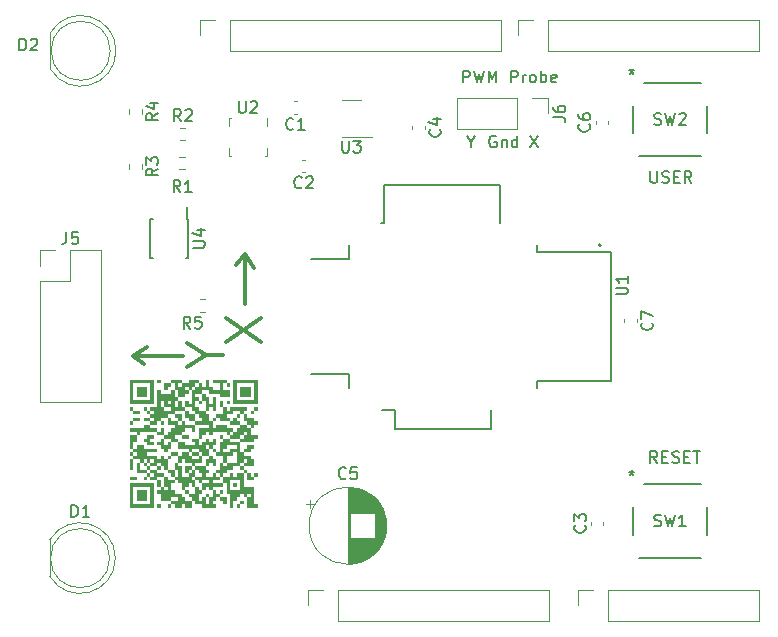
<source format=gbr>
%TF.GenerationSoftware,KiCad,Pcbnew,7.0.2-0*%
%TF.CreationDate,2023-11-21T13:06:45-05:00*%
%TF.ProjectId,ControllerShield,436f6e74-726f-46c6-9c65-72536869656c,rev?*%
%TF.SameCoordinates,Original*%
%TF.FileFunction,Legend,Top*%
%TF.FilePolarity,Positive*%
%FSLAX46Y46*%
G04 Gerber Fmt 4.6, Leading zero omitted, Abs format (unit mm)*
G04 Created by KiCad (PCBNEW 7.0.2-0) date 2023-11-21 13:06:45*
%MOMM*%
%LPD*%
G01*
G04 APERTURE LIST*
%ADD10C,0.150000*%
%ADD11C,0.300000*%
%ADD12C,0.120000*%
%ADD13C,0.127000*%
%ADD14C,0.200000*%
%ADD15C,0.152400*%
G04 APERTURE END LIST*
D10*
X177588095Y-101877619D02*
X177588095Y-102687142D01*
X177588095Y-102687142D02*
X177635714Y-102782380D01*
X177635714Y-102782380D02*
X177683333Y-102830000D01*
X177683333Y-102830000D02*
X177778571Y-102877619D01*
X177778571Y-102877619D02*
X177969047Y-102877619D01*
X177969047Y-102877619D02*
X178064285Y-102830000D01*
X178064285Y-102830000D02*
X178111904Y-102782380D01*
X178111904Y-102782380D02*
X178159523Y-102687142D01*
X178159523Y-102687142D02*
X178159523Y-101877619D01*
X178588095Y-102830000D02*
X178730952Y-102877619D01*
X178730952Y-102877619D02*
X178969047Y-102877619D01*
X178969047Y-102877619D02*
X179064285Y-102830000D01*
X179064285Y-102830000D02*
X179111904Y-102782380D01*
X179111904Y-102782380D02*
X179159523Y-102687142D01*
X179159523Y-102687142D02*
X179159523Y-102591904D01*
X179159523Y-102591904D02*
X179111904Y-102496666D01*
X179111904Y-102496666D02*
X179064285Y-102449047D01*
X179064285Y-102449047D02*
X178969047Y-102401428D01*
X178969047Y-102401428D02*
X178778571Y-102353809D01*
X178778571Y-102353809D02*
X178683333Y-102306190D01*
X178683333Y-102306190D02*
X178635714Y-102258571D01*
X178635714Y-102258571D02*
X178588095Y-102163333D01*
X178588095Y-102163333D02*
X178588095Y-102068095D01*
X178588095Y-102068095D02*
X178635714Y-101972857D01*
X178635714Y-101972857D02*
X178683333Y-101925238D01*
X178683333Y-101925238D02*
X178778571Y-101877619D01*
X178778571Y-101877619D02*
X179016666Y-101877619D01*
X179016666Y-101877619D02*
X179159523Y-101925238D01*
X179588095Y-102353809D02*
X179921428Y-102353809D01*
X180064285Y-102877619D02*
X179588095Y-102877619D01*
X179588095Y-102877619D02*
X179588095Y-101877619D01*
X179588095Y-101877619D02*
X180064285Y-101877619D01*
X181064285Y-102877619D02*
X180730952Y-102401428D01*
X180492857Y-102877619D02*
X180492857Y-101877619D01*
X180492857Y-101877619D02*
X180873809Y-101877619D01*
X180873809Y-101877619D02*
X180969047Y-101925238D01*
X180969047Y-101925238D02*
X181016666Y-101972857D01*
X181016666Y-101972857D02*
X181064285Y-102068095D01*
X181064285Y-102068095D02*
X181064285Y-102210952D01*
X181064285Y-102210952D02*
X181016666Y-102306190D01*
X181016666Y-102306190D02*
X180969047Y-102353809D01*
X180969047Y-102353809D02*
X180873809Y-102401428D01*
X180873809Y-102401428D02*
X180492857Y-102401428D01*
X178159523Y-126577619D02*
X177826190Y-126101428D01*
X177588095Y-126577619D02*
X177588095Y-125577619D01*
X177588095Y-125577619D02*
X177969047Y-125577619D01*
X177969047Y-125577619D02*
X178064285Y-125625238D01*
X178064285Y-125625238D02*
X178111904Y-125672857D01*
X178111904Y-125672857D02*
X178159523Y-125768095D01*
X178159523Y-125768095D02*
X178159523Y-125910952D01*
X178159523Y-125910952D02*
X178111904Y-126006190D01*
X178111904Y-126006190D02*
X178064285Y-126053809D01*
X178064285Y-126053809D02*
X177969047Y-126101428D01*
X177969047Y-126101428D02*
X177588095Y-126101428D01*
X178588095Y-126053809D02*
X178921428Y-126053809D01*
X179064285Y-126577619D02*
X178588095Y-126577619D01*
X178588095Y-126577619D02*
X178588095Y-125577619D01*
X178588095Y-125577619D02*
X179064285Y-125577619D01*
X179445238Y-126530000D02*
X179588095Y-126577619D01*
X179588095Y-126577619D02*
X179826190Y-126577619D01*
X179826190Y-126577619D02*
X179921428Y-126530000D01*
X179921428Y-126530000D02*
X179969047Y-126482380D01*
X179969047Y-126482380D02*
X180016666Y-126387142D01*
X180016666Y-126387142D02*
X180016666Y-126291904D01*
X180016666Y-126291904D02*
X179969047Y-126196666D01*
X179969047Y-126196666D02*
X179921428Y-126149047D01*
X179921428Y-126149047D02*
X179826190Y-126101428D01*
X179826190Y-126101428D02*
X179635714Y-126053809D01*
X179635714Y-126053809D02*
X179540476Y-126006190D01*
X179540476Y-126006190D02*
X179492857Y-125958571D01*
X179492857Y-125958571D02*
X179445238Y-125863333D01*
X179445238Y-125863333D02*
X179445238Y-125768095D01*
X179445238Y-125768095D02*
X179492857Y-125672857D01*
X179492857Y-125672857D02*
X179540476Y-125625238D01*
X179540476Y-125625238D02*
X179635714Y-125577619D01*
X179635714Y-125577619D02*
X179873809Y-125577619D01*
X179873809Y-125577619D02*
X180016666Y-125625238D01*
X180445238Y-126053809D02*
X180778571Y-126053809D01*
X180921428Y-126577619D02*
X180445238Y-126577619D01*
X180445238Y-126577619D02*
X180445238Y-125577619D01*
X180445238Y-125577619D02*
X180921428Y-125577619D01*
X181207143Y-125577619D02*
X181778571Y-125577619D01*
X181492857Y-126577619D02*
X181492857Y-125577619D01*
D11*
X133750000Y-117500000D02*
X134750000Y-118250000D01*
X143250000Y-113125000D02*
X143250000Y-108875000D01*
D10*
X133750000Y-117500000D02*
X135000000Y-116750000D01*
D11*
X144000000Y-110125000D02*
X143250000Y-108875000D01*
X143250000Y-108875000D02*
X142500000Y-109875000D01*
X135000000Y-116750000D02*
X133750000Y-117500000D01*
X138000000Y-117500000D02*
X133750000Y-117500000D01*
D10*
X162428571Y-99401428D02*
X162428571Y-99877619D01*
X162095238Y-98877619D02*
X162428571Y-99401428D01*
X162428571Y-99401428D02*
X162761904Y-98877619D01*
D11*
X141632857Y-116321428D02*
X144632857Y-114321428D01*
X141632857Y-114321428D02*
X144632857Y-116321428D01*
X139954285Y-117464285D02*
X141382857Y-117464285D01*
X138382857Y-118464285D02*
X139954285Y-117464285D01*
X139954285Y-117464285D02*
X138382857Y-116464285D01*
D10*
X164511904Y-98925238D02*
X164416666Y-98877619D01*
X164416666Y-98877619D02*
X164273809Y-98877619D01*
X164273809Y-98877619D02*
X164130952Y-98925238D01*
X164130952Y-98925238D02*
X164035714Y-99020476D01*
X164035714Y-99020476D02*
X163988095Y-99115714D01*
X163988095Y-99115714D02*
X163940476Y-99306190D01*
X163940476Y-99306190D02*
X163940476Y-99449047D01*
X163940476Y-99449047D02*
X163988095Y-99639523D01*
X163988095Y-99639523D02*
X164035714Y-99734761D01*
X164035714Y-99734761D02*
X164130952Y-99830000D01*
X164130952Y-99830000D02*
X164273809Y-99877619D01*
X164273809Y-99877619D02*
X164369047Y-99877619D01*
X164369047Y-99877619D02*
X164511904Y-99830000D01*
X164511904Y-99830000D02*
X164559523Y-99782380D01*
X164559523Y-99782380D02*
X164559523Y-99449047D01*
X164559523Y-99449047D02*
X164369047Y-99449047D01*
X164988095Y-99210952D02*
X164988095Y-99877619D01*
X164988095Y-99306190D02*
X165035714Y-99258571D01*
X165035714Y-99258571D02*
X165130952Y-99210952D01*
X165130952Y-99210952D02*
X165273809Y-99210952D01*
X165273809Y-99210952D02*
X165369047Y-99258571D01*
X165369047Y-99258571D02*
X165416666Y-99353809D01*
X165416666Y-99353809D02*
X165416666Y-99877619D01*
X166321428Y-99877619D02*
X166321428Y-98877619D01*
X166321428Y-99830000D02*
X166226190Y-99877619D01*
X166226190Y-99877619D02*
X166035714Y-99877619D01*
X166035714Y-99877619D02*
X165940476Y-99830000D01*
X165940476Y-99830000D02*
X165892857Y-99782380D01*
X165892857Y-99782380D02*
X165845238Y-99687142D01*
X165845238Y-99687142D02*
X165845238Y-99401428D01*
X165845238Y-99401428D02*
X165892857Y-99306190D01*
X165892857Y-99306190D02*
X165940476Y-99258571D01*
X165940476Y-99258571D02*
X166035714Y-99210952D01*
X166035714Y-99210952D02*
X166226190Y-99210952D01*
X166226190Y-99210952D02*
X166321428Y-99258571D01*
X161738095Y-94377619D02*
X161738095Y-93377619D01*
X161738095Y-93377619D02*
X162119047Y-93377619D01*
X162119047Y-93377619D02*
X162214285Y-93425238D01*
X162214285Y-93425238D02*
X162261904Y-93472857D01*
X162261904Y-93472857D02*
X162309523Y-93568095D01*
X162309523Y-93568095D02*
X162309523Y-93710952D01*
X162309523Y-93710952D02*
X162261904Y-93806190D01*
X162261904Y-93806190D02*
X162214285Y-93853809D01*
X162214285Y-93853809D02*
X162119047Y-93901428D01*
X162119047Y-93901428D02*
X161738095Y-93901428D01*
X162642857Y-93377619D02*
X162880952Y-94377619D01*
X162880952Y-94377619D02*
X163071428Y-93663333D01*
X163071428Y-93663333D02*
X163261904Y-94377619D01*
X163261904Y-94377619D02*
X163500000Y-93377619D01*
X163880952Y-94377619D02*
X163880952Y-93377619D01*
X163880952Y-93377619D02*
X164214285Y-94091904D01*
X164214285Y-94091904D02*
X164547618Y-93377619D01*
X164547618Y-93377619D02*
X164547618Y-94377619D01*
X165785714Y-94377619D02*
X165785714Y-93377619D01*
X165785714Y-93377619D02*
X166166666Y-93377619D01*
X166166666Y-93377619D02*
X166261904Y-93425238D01*
X166261904Y-93425238D02*
X166309523Y-93472857D01*
X166309523Y-93472857D02*
X166357142Y-93568095D01*
X166357142Y-93568095D02*
X166357142Y-93710952D01*
X166357142Y-93710952D02*
X166309523Y-93806190D01*
X166309523Y-93806190D02*
X166261904Y-93853809D01*
X166261904Y-93853809D02*
X166166666Y-93901428D01*
X166166666Y-93901428D02*
X165785714Y-93901428D01*
X166785714Y-94377619D02*
X166785714Y-93710952D01*
X166785714Y-93901428D02*
X166833333Y-93806190D01*
X166833333Y-93806190D02*
X166880952Y-93758571D01*
X166880952Y-93758571D02*
X166976190Y-93710952D01*
X166976190Y-93710952D02*
X167071428Y-93710952D01*
X167547619Y-94377619D02*
X167452381Y-94330000D01*
X167452381Y-94330000D02*
X167404762Y-94282380D01*
X167404762Y-94282380D02*
X167357143Y-94187142D01*
X167357143Y-94187142D02*
X167357143Y-93901428D01*
X167357143Y-93901428D02*
X167404762Y-93806190D01*
X167404762Y-93806190D02*
X167452381Y-93758571D01*
X167452381Y-93758571D02*
X167547619Y-93710952D01*
X167547619Y-93710952D02*
X167690476Y-93710952D01*
X167690476Y-93710952D02*
X167785714Y-93758571D01*
X167785714Y-93758571D02*
X167833333Y-93806190D01*
X167833333Y-93806190D02*
X167880952Y-93901428D01*
X167880952Y-93901428D02*
X167880952Y-94187142D01*
X167880952Y-94187142D02*
X167833333Y-94282380D01*
X167833333Y-94282380D02*
X167785714Y-94330000D01*
X167785714Y-94330000D02*
X167690476Y-94377619D01*
X167690476Y-94377619D02*
X167547619Y-94377619D01*
X168309524Y-94377619D02*
X168309524Y-93377619D01*
X168309524Y-93758571D02*
X168404762Y-93710952D01*
X168404762Y-93710952D02*
X168595238Y-93710952D01*
X168595238Y-93710952D02*
X168690476Y-93758571D01*
X168690476Y-93758571D02*
X168738095Y-93806190D01*
X168738095Y-93806190D02*
X168785714Y-93901428D01*
X168785714Y-93901428D02*
X168785714Y-94187142D01*
X168785714Y-94187142D02*
X168738095Y-94282380D01*
X168738095Y-94282380D02*
X168690476Y-94330000D01*
X168690476Y-94330000D02*
X168595238Y-94377619D01*
X168595238Y-94377619D02*
X168404762Y-94377619D01*
X168404762Y-94377619D02*
X168309524Y-94330000D01*
X169595238Y-94330000D02*
X169500000Y-94377619D01*
X169500000Y-94377619D02*
X169309524Y-94377619D01*
X169309524Y-94377619D02*
X169214286Y-94330000D01*
X169214286Y-94330000D02*
X169166667Y-94234761D01*
X169166667Y-94234761D02*
X169166667Y-93853809D01*
X169166667Y-93853809D02*
X169214286Y-93758571D01*
X169214286Y-93758571D02*
X169309524Y-93710952D01*
X169309524Y-93710952D02*
X169500000Y-93710952D01*
X169500000Y-93710952D02*
X169595238Y-93758571D01*
X169595238Y-93758571D02*
X169642857Y-93853809D01*
X169642857Y-93853809D02*
X169642857Y-93949047D01*
X169642857Y-93949047D02*
X169166667Y-94044285D01*
X167392857Y-98877619D02*
X168059523Y-99877619D01*
X168059523Y-98877619D02*
X167392857Y-99877619D01*
%TO.C,D1*%
X128556905Y-131152619D02*
X128556905Y-130152619D01*
X128556905Y-130152619D02*
X128795000Y-130152619D01*
X128795000Y-130152619D02*
X128937857Y-130200238D01*
X128937857Y-130200238D02*
X129033095Y-130295476D01*
X129033095Y-130295476D02*
X129080714Y-130390714D01*
X129080714Y-130390714D02*
X129128333Y-130581190D01*
X129128333Y-130581190D02*
X129128333Y-130724047D01*
X129128333Y-130724047D02*
X129080714Y-130914523D01*
X129080714Y-130914523D02*
X129033095Y-131009761D01*
X129033095Y-131009761D02*
X128937857Y-131105000D01*
X128937857Y-131105000D02*
X128795000Y-131152619D01*
X128795000Y-131152619D02*
X128556905Y-131152619D01*
X130080714Y-131152619D02*
X129509286Y-131152619D01*
X129795000Y-131152619D02*
X129795000Y-130152619D01*
X129795000Y-130152619D02*
X129699762Y-130295476D01*
X129699762Y-130295476D02*
X129604524Y-130390714D01*
X129604524Y-130390714D02*
X129509286Y-130438333D01*
%TO.C,C3*%
X172037380Y-131866666D02*
X172085000Y-131914285D01*
X172085000Y-131914285D02*
X172132619Y-132057142D01*
X172132619Y-132057142D02*
X172132619Y-132152380D01*
X172132619Y-132152380D02*
X172085000Y-132295237D01*
X172085000Y-132295237D02*
X171989761Y-132390475D01*
X171989761Y-132390475D02*
X171894523Y-132438094D01*
X171894523Y-132438094D02*
X171704047Y-132485713D01*
X171704047Y-132485713D02*
X171561190Y-132485713D01*
X171561190Y-132485713D02*
X171370714Y-132438094D01*
X171370714Y-132438094D02*
X171275476Y-132390475D01*
X171275476Y-132390475D02*
X171180238Y-132295237D01*
X171180238Y-132295237D02*
X171132619Y-132152380D01*
X171132619Y-132152380D02*
X171132619Y-132057142D01*
X171132619Y-132057142D02*
X171180238Y-131914285D01*
X171180238Y-131914285D02*
X171227857Y-131866666D01*
X171132619Y-131533332D02*
X171132619Y-130914285D01*
X171132619Y-130914285D02*
X171513571Y-131247618D01*
X171513571Y-131247618D02*
X171513571Y-131104761D01*
X171513571Y-131104761D02*
X171561190Y-131009523D01*
X171561190Y-131009523D02*
X171608809Y-130961904D01*
X171608809Y-130961904D02*
X171704047Y-130914285D01*
X171704047Y-130914285D02*
X171942142Y-130914285D01*
X171942142Y-130914285D02*
X172037380Y-130961904D01*
X172037380Y-130961904D02*
X172085000Y-131009523D01*
X172085000Y-131009523D02*
X172132619Y-131104761D01*
X172132619Y-131104761D02*
X172132619Y-131390475D01*
X172132619Y-131390475D02*
X172085000Y-131485713D01*
X172085000Y-131485713D02*
X172037380Y-131533332D01*
%TO.C,R2*%
X137833333Y-97657619D02*
X137500000Y-97181428D01*
X137261905Y-97657619D02*
X137261905Y-96657619D01*
X137261905Y-96657619D02*
X137642857Y-96657619D01*
X137642857Y-96657619D02*
X137738095Y-96705238D01*
X137738095Y-96705238D02*
X137785714Y-96752857D01*
X137785714Y-96752857D02*
X137833333Y-96848095D01*
X137833333Y-96848095D02*
X137833333Y-96990952D01*
X137833333Y-96990952D02*
X137785714Y-97086190D01*
X137785714Y-97086190D02*
X137738095Y-97133809D01*
X137738095Y-97133809D02*
X137642857Y-97181428D01*
X137642857Y-97181428D02*
X137261905Y-97181428D01*
X138214286Y-96752857D02*
X138261905Y-96705238D01*
X138261905Y-96705238D02*
X138357143Y-96657619D01*
X138357143Y-96657619D02*
X138595238Y-96657619D01*
X138595238Y-96657619D02*
X138690476Y-96705238D01*
X138690476Y-96705238D02*
X138738095Y-96752857D01*
X138738095Y-96752857D02*
X138785714Y-96848095D01*
X138785714Y-96848095D02*
X138785714Y-96943333D01*
X138785714Y-96943333D02*
X138738095Y-97086190D01*
X138738095Y-97086190D02*
X138166667Y-97657619D01*
X138166667Y-97657619D02*
X138785714Y-97657619D01*
%TO.C,R4*%
X135892619Y-96991666D02*
X135416428Y-97324999D01*
X135892619Y-97563094D02*
X134892619Y-97563094D01*
X134892619Y-97563094D02*
X134892619Y-97182142D01*
X134892619Y-97182142D02*
X134940238Y-97086904D01*
X134940238Y-97086904D02*
X134987857Y-97039285D01*
X134987857Y-97039285D02*
X135083095Y-96991666D01*
X135083095Y-96991666D02*
X135225952Y-96991666D01*
X135225952Y-96991666D02*
X135321190Y-97039285D01*
X135321190Y-97039285D02*
X135368809Y-97086904D01*
X135368809Y-97086904D02*
X135416428Y-97182142D01*
X135416428Y-97182142D02*
X135416428Y-97563094D01*
X135225952Y-96134523D02*
X135892619Y-96134523D01*
X134845000Y-96372618D02*
X135559285Y-96610713D01*
X135559285Y-96610713D02*
X135559285Y-95991666D01*
%TO.C,U1*%
X174647619Y-112331904D02*
X175457142Y-112331904D01*
X175457142Y-112331904D02*
X175552380Y-112284285D01*
X175552380Y-112284285D02*
X175600000Y-112236666D01*
X175600000Y-112236666D02*
X175647619Y-112141428D01*
X175647619Y-112141428D02*
X175647619Y-111950952D01*
X175647619Y-111950952D02*
X175600000Y-111855714D01*
X175600000Y-111855714D02*
X175552380Y-111808095D01*
X175552380Y-111808095D02*
X175457142Y-111760476D01*
X175457142Y-111760476D02*
X174647619Y-111760476D01*
X175647619Y-110760476D02*
X175647619Y-111331904D01*
X175647619Y-111046190D02*
X174647619Y-111046190D01*
X174647619Y-111046190D02*
X174790476Y-111141428D01*
X174790476Y-111141428D02*
X174885714Y-111236666D01*
X174885714Y-111236666D02*
X174933333Y-111331904D01*
%TO.C,D2*%
X124161905Y-91662619D02*
X124161905Y-90662619D01*
X124161905Y-90662619D02*
X124400000Y-90662619D01*
X124400000Y-90662619D02*
X124542857Y-90710238D01*
X124542857Y-90710238D02*
X124638095Y-90805476D01*
X124638095Y-90805476D02*
X124685714Y-90900714D01*
X124685714Y-90900714D02*
X124733333Y-91091190D01*
X124733333Y-91091190D02*
X124733333Y-91234047D01*
X124733333Y-91234047D02*
X124685714Y-91424523D01*
X124685714Y-91424523D02*
X124638095Y-91519761D01*
X124638095Y-91519761D02*
X124542857Y-91615000D01*
X124542857Y-91615000D02*
X124400000Y-91662619D01*
X124400000Y-91662619D02*
X124161905Y-91662619D01*
X125114286Y-90757857D02*
X125161905Y-90710238D01*
X125161905Y-90710238D02*
X125257143Y-90662619D01*
X125257143Y-90662619D02*
X125495238Y-90662619D01*
X125495238Y-90662619D02*
X125590476Y-90710238D01*
X125590476Y-90710238D02*
X125638095Y-90757857D01*
X125638095Y-90757857D02*
X125685714Y-90853095D01*
X125685714Y-90853095D02*
X125685714Y-90948333D01*
X125685714Y-90948333D02*
X125638095Y-91091190D01*
X125638095Y-91091190D02*
X125066667Y-91662619D01*
X125066667Y-91662619D02*
X125685714Y-91662619D01*
%TO.C,SW1*%
X177916667Y-131925599D02*
X178059524Y-131973218D01*
X178059524Y-131973218D02*
X178297619Y-131973218D01*
X178297619Y-131973218D02*
X178392857Y-131925599D01*
X178392857Y-131925599D02*
X178440476Y-131877979D01*
X178440476Y-131877979D02*
X178488095Y-131782741D01*
X178488095Y-131782741D02*
X178488095Y-131687503D01*
X178488095Y-131687503D02*
X178440476Y-131592265D01*
X178440476Y-131592265D02*
X178392857Y-131544646D01*
X178392857Y-131544646D02*
X178297619Y-131497027D01*
X178297619Y-131497027D02*
X178107143Y-131449408D01*
X178107143Y-131449408D02*
X178011905Y-131401789D01*
X178011905Y-131401789D02*
X177964286Y-131354170D01*
X177964286Y-131354170D02*
X177916667Y-131258932D01*
X177916667Y-131258932D02*
X177916667Y-131163694D01*
X177916667Y-131163694D02*
X177964286Y-131068456D01*
X177964286Y-131068456D02*
X178011905Y-131020837D01*
X178011905Y-131020837D02*
X178107143Y-130973218D01*
X178107143Y-130973218D02*
X178345238Y-130973218D01*
X178345238Y-130973218D02*
X178488095Y-131020837D01*
X178821429Y-130973218D02*
X179059524Y-131973218D01*
X179059524Y-131973218D02*
X179250000Y-131258932D01*
X179250000Y-131258932D02*
X179440476Y-131973218D01*
X179440476Y-131973218D02*
X179678572Y-130973218D01*
X180583333Y-131973218D02*
X180011905Y-131973218D01*
X180297619Y-131973218D02*
X180297619Y-130973218D01*
X180297619Y-130973218D02*
X180202381Y-131116075D01*
X180202381Y-131116075D02*
X180107143Y-131211313D01*
X180107143Y-131211313D02*
X180011905Y-131258932D01*
X176000000Y-127211918D02*
X176000000Y-127450013D01*
X175761905Y-127354775D02*
X176000000Y-127450013D01*
X176000000Y-127450013D02*
X176238095Y-127354775D01*
X175857143Y-127640489D02*
X176000000Y-127450013D01*
X176000000Y-127450013D02*
X176142857Y-127640489D01*
%TO.C,C1*%
X147358333Y-98297380D02*
X147310714Y-98345000D01*
X147310714Y-98345000D02*
X147167857Y-98392619D01*
X147167857Y-98392619D02*
X147072619Y-98392619D01*
X147072619Y-98392619D02*
X146929762Y-98345000D01*
X146929762Y-98345000D02*
X146834524Y-98249761D01*
X146834524Y-98249761D02*
X146786905Y-98154523D01*
X146786905Y-98154523D02*
X146739286Y-97964047D01*
X146739286Y-97964047D02*
X146739286Y-97821190D01*
X146739286Y-97821190D02*
X146786905Y-97630714D01*
X146786905Y-97630714D02*
X146834524Y-97535476D01*
X146834524Y-97535476D02*
X146929762Y-97440238D01*
X146929762Y-97440238D02*
X147072619Y-97392619D01*
X147072619Y-97392619D02*
X147167857Y-97392619D01*
X147167857Y-97392619D02*
X147310714Y-97440238D01*
X147310714Y-97440238D02*
X147358333Y-97487857D01*
X148310714Y-98392619D02*
X147739286Y-98392619D01*
X148025000Y-98392619D02*
X148025000Y-97392619D01*
X148025000Y-97392619D02*
X147929762Y-97535476D01*
X147929762Y-97535476D02*
X147834524Y-97630714D01*
X147834524Y-97630714D02*
X147739286Y-97678333D01*
%TO.C,U4*%
X138862619Y-108361904D02*
X139672142Y-108361904D01*
X139672142Y-108361904D02*
X139767380Y-108314285D01*
X139767380Y-108314285D02*
X139815000Y-108266666D01*
X139815000Y-108266666D02*
X139862619Y-108171428D01*
X139862619Y-108171428D02*
X139862619Y-107980952D01*
X139862619Y-107980952D02*
X139815000Y-107885714D01*
X139815000Y-107885714D02*
X139767380Y-107838095D01*
X139767380Y-107838095D02*
X139672142Y-107790476D01*
X139672142Y-107790476D02*
X138862619Y-107790476D01*
X139195952Y-106885714D02*
X139862619Y-106885714D01*
X138815000Y-107123809D02*
X139529285Y-107361904D01*
X139529285Y-107361904D02*
X139529285Y-106742857D01*
%TO.C,C6*%
X172387380Y-97916666D02*
X172435000Y-97964285D01*
X172435000Y-97964285D02*
X172482619Y-98107142D01*
X172482619Y-98107142D02*
X172482619Y-98202380D01*
X172482619Y-98202380D02*
X172435000Y-98345237D01*
X172435000Y-98345237D02*
X172339761Y-98440475D01*
X172339761Y-98440475D02*
X172244523Y-98488094D01*
X172244523Y-98488094D02*
X172054047Y-98535713D01*
X172054047Y-98535713D02*
X171911190Y-98535713D01*
X171911190Y-98535713D02*
X171720714Y-98488094D01*
X171720714Y-98488094D02*
X171625476Y-98440475D01*
X171625476Y-98440475D02*
X171530238Y-98345237D01*
X171530238Y-98345237D02*
X171482619Y-98202380D01*
X171482619Y-98202380D02*
X171482619Y-98107142D01*
X171482619Y-98107142D02*
X171530238Y-97964285D01*
X171530238Y-97964285D02*
X171577857Y-97916666D01*
X171482619Y-97059523D02*
X171482619Y-97249999D01*
X171482619Y-97249999D02*
X171530238Y-97345237D01*
X171530238Y-97345237D02*
X171577857Y-97392856D01*
X171577857Y-97392856D02*
X171720714Y-97488094D01*
X171720714Y-97488094D02*
X171911190Y-97535713D01*
X171911190Y-97535713D02*
X172292142Y-97535713D01*
X172292142Y-97535713D02*
X172387380Y-97488094D01*
X172387380Y-97488094D02*
X172435000Y-97440475D01*
X172435000Y-97440475D02*
X172482619Y-97345237D01*
X172482619Y-97345237D02*
X172482619Y-97154761D01*
X172482619Y-97154761D02*
X172435000Y-97059523D01*
X172435000Y-97059523D02*
X172387380Y-97011904D01*
X172387380Y-97011904D02*
X172292142Y-96964285D01*
X172292142Y-96964285D02*
X172054047Y-96964285D01*
X172054047Y-96964285D02*
X171958809Y-97011904D01*
X171958809Y-97011904D02*
X171911190Y-97059523D01*
X171911190Y-97059523D02*
X171863571Y-97154761D01*
X171863571Y-97154761D02*
X171863571Y-97345237D01*
X171863571Y-97345237D02*
X171911190Y-97440475D01*
X171911190Y-97440475D02*
X171958809Y-97488094D01*
X171958809Y-97488094D02*
X172054047Y-97535713D01*
%TO.C,R5*%
X138633333Y-115212619D02*
X138300000Y-114736428D01*
X138061905Y-115212619D02*
X138061905Y-114212619D01*
X138061905Y-114212619D02*
X138442857Y-114212619D01*
X138442857Y-114212619D02*
X138538095Y-114260238D01*
X138538095Y-114260238D02*
X138585714Y-114307857D01*
X138585714Y-114307857D02*
X138633333Y-114403095D01*
X138633333Y-114403095D02*
X138633333Y-114545952D01*
X138633333Y-114545952D02*
X138585714Y-114641190D01*
X138585714Y-114641190D02*
X138538095Y-114688809D01*
X138538095Y-114688809D02*
X138442857Y-114736428D01*
X138442857Y-114736428D02*
X138061905Y-114736428D01*
X139538095Y-114212619D02*
X139061905Y-114212619D01*
X139061905Y-114212619D02*
X139014286Y-114688809D01*
X139014286Y-114688809D02*
X139061905Y-114641190D01*
X139061905Y-114641190D02*
X139157143Y-114593571D01*
X139157143Y-114593571D02*
X139395238Y-114593571D01*
X139395238Y-114593571D02*
X139490476Y-114641190D01*
X139490476Y-114641190D02*
X139538095Y-114688809D01*
X139538095Y-114688809D02*
X139585714Y-114784047D01*
X139585714Y-114784047D02*
X139585714Y-115022142D01*
X139585714Y-115022142D02*
X139538095Y-115117380D01*
X139538095Y-115117380D02*
X139490476Y-115165000D01*
X139490476Y-115165000D02*
X139395238Y-115212619D01*
X139395238Y-115212619D02*
X139157143Y-115212619D01*
X139157143Y-115212619D02*
X139061905Y-115165000D01*
X139061905Y-115165000D02*
X139014286Y-115117380D01*
%TO.C,SW2*%
X177916667Y-97925599D02*
X178059524Y-97973218D01*
X178059524Y-97973218D02*
X178297619Y-97973218D01*
X178297619Y-97973218D02*
X178392857Y-97925599D01*
X178392857Y-97925599D02*
X178440476Y-97877979D01*
X178440476Y-97877979D02*
X178488095Y-97782741D01*
X178488095Y-97782741D02*
X178488095Y-97687503D01*
X178488095Y-97687503D02*
X178440476Y-97592265D01*
X178440476Y-97592265D02*
X178392857Y-97544646D01*
X178392857Y-97544646D02*
X178297619Y-97497027D01*
X178297619Y-97497027D02*
X178107143Y-97449408D01*
X178107143Y-97449408D02*
X178011905Y-97401789D01*
X178011905Y-97401789D02*
X177964286Y-97354170D01*
X177964286Y-97354170D02*
X177916667Y-97258932D01*
X177916667Y-97258932D02*
X177916667Y-97163694D01*
X177916667Y-97163694D02*
X177964286Y-97068456D01*
X177964286Y-97068456D02*
X178011905Y-97020837D01*
X178011905Y-97020837D02*
X178107143Y-96973218D01*
X178107143Y-96973218D02*
X178345238Y-96973218D01*
X178345238Y-96973218D02*
X178488095Y-97020837D01*
X178821429Y-96973218D02*
X179059524Y-97973218D01*
X179059524Y-97973218D02*
X179250000Y-97258932D01*
X179250000Y-97258932D02*
X179440476Y-97973218D01*
X179440476Y-97973218D02*
X179678572Y-96973218D01*
X180011905Y-97068456D02*
X180059524Y-97020837D01*
X180059524Y-97020837D02*
X180154762Y-96973218D01*
X180154762Y-96973218D02*
X180392857Y-96973218D01*
X180392857Y-96973218D02*
X180488095Y-97020837D01*
X180488095Y-97020837D02*
X180535714Y-97068456D01*
X180535714Y-97068456D02*
X180583333Y-97163694D01*
X180583333Y-97163694D02*
X180583333Y-97258932D01*
X180583333Y-97258932D02*
X180535714Y-97401789D01*
X180535714Y-97401789D02*
X179964286Y-97973218D01*
X179964286Y-97973218D02*
X180583333Y-97973218D01*
X176000000Y-93211918D02*
X176000000Y-93450013D01*
X175761905Y-93354775D02*
X176000000Y-93450013D01*
X176000000Y-93450013D02*
X176238095Y-93354775D01*
X175857143Y-93640489D02*
X176000000Y-93450013D01*
X176000000Y-93450013D02*
X176142857Y-93640489D01*
%TO.C,R3*%
X135892619Y-101666666D02*
X135416428Y-101999999D01*
X135892619Y-102238094D02*
X134892619Y-102238094D01*
X134892619Y-102238094D02*
X134892619Y-101857142D01*
X134892619Y-101857142D02*
X134940238Y-101761904D01*
X134940238Y-101761904D02*
X134987857Y-101714285D01*
X134987857Y-101714285D02*
X135083095Y-101666666D01*
X135083095Y-101666666D02*
X135225952Y-101666666D01*
X135225952Y-101666666D02*
X135321190Y-101714285D01*
X135321190Y-101714285D02*
X135368809Y-101761904D01*
X135368809Y-101761904D02*
X135416428Y-101857142D01*
X135416428Y-101857142D02*
X135416428Y-102238094D01*
X134892619Y-101333332D02*
X134892619Y-100714285D01*
X134892619Y-100714285D02*
X135273571Y-101047618D01*
X135273571Y-101047618D02*
X135273571Y-100904761D01*
X135273571Y-100904761D02*
X135321190Y-100809523D01*
X135321190Y-100809523D02*
X135368809Y-100761904D01*
X135368809Y-100761904D02*
X135464047Y-100714285D01*
X135464047Y-100714285D02*
X135702142Y-100714285D01*
X135702142Y-100714285D02*
X135797380Y-100761904D01*
X135797380Y-100761904D02*
X135845000Y-100809523D01*
X135845000Y-100809523D02*
X135892619Y-100904761D01*
X135892619Y-100904761D02*
X135892619Y-101190475D01*
X135892619Y-101190475D02*
X135845000Y-101285713D01*
X135845000Y-101285713D02*
X135797380Y-101333332D01*
%TO.C,C4*%
X159747380Y-98341666D02*
X159795000Y-98389285D01*
X159795000Y-98389285D02*
X159842619Y-98532142D01*
X159842619Y-98532142D02*
X159842619Y-98627380D01*
X159842619Y-98627380D02*
X159795000Y-98770237D01*
X159795000Y-98770237D02*
X159699761Y-98865475D01*
X159699761Y-98865475D02*
X159604523Y-98913094D01*
X159604523Y-98913094D02*
X159414047Y-98960713D01*
X159414047Y-98960713D02*
X159271190Y-98960713D01*
X159271190Y-98960713D02*
X159080714Y-98913094D01*
X159080714Y-98913094D02*
X158985476Y-98865475D01*
X158985476Y-98865475D02*
X158890238Y-98770237D01*
X158890238Y-98770237D02*
X158842619Y-98627380D01*
X158842619Y-98627380D02*
X158842619Y-98532142D01*
X158842619Y-98532142D02*
X158890238Y-98389285D01*
X158890238Y-98389285D02*
X158937857Y-98341666D01*
X159175952Y-97484523D02*
X159842619Y-97484523D01*
X158795000Y-97722618D02*
X159509285Y-97960713D01*
X159509285Y-97960713D02*
X159509285Y-97341666D01*
%TO.C,U3*%
X151488095Y-99312619D02*
X151488095Y-100122142D01*
X151488095Y-100122142D02*
X151535714Y-100217380D01*
X151535714Y-100217380D02*
X151583333Y-100265000D01*
X151583333Y-100265000D02*
X151678571Y-100312619D01*
X151678571Y-100312619D02*
X151869047Y-100312619D01*
X151869047Y-100312619D02*
X151964285Y-100265000D01*
X151964285Y-100265000D02*
X152011904Y-100217380D01*
X152011904Y-100217380D02*
X152059523Y-100122142D01*
X152059523Y-100122142D02*
X152059523Y-99312619D01*
X152440476Y-99312619D02*
X153059523Y-99312619D01*
X153059523Y-99312619D02*
X152726190Y-99693571D01*
X152726190Y-99693571D02*
X152869047Y-99693571D01*
X152869047Y-99693571D02*
X152964285Y-99741190D01*
X152964285Y-99741190D02*
X153011904Y-99788809D01*
X153011904Y-99788809D02*
X153059523Y-99884047D01*
X153059523Y-99884047D02*
X153059523Y-100122142D01*
X153059523Y-100122142D02*
X153011904Y-100217380D01*
X153011904Y-100217380D02*
X152964285Y-100265000D01*
X152964285Y-100265000D02*
X152869047Y-100312619D01*
X152869047Y-100312619D02*
X152583333Y-100312619D01*
X152583333Y-100312619D02*
X152488095Y-100265000D01*
X152488095Y-100265000D02*
X152440476Y-100217380D01*
%TO.C,C2*%
X148058333Y-103242380D02*
X148010714Y-103290000D01*
X148010714Y-103290000D02*
X147867857Y-103337619D01*
X147867857Y-103337619D02*
X147772619Y-103337619D01*
X147772619Y-103337619D02*
X147629762Y-103290000D01*
X147629762Y-103290000D02*
X147534524Y-103194761D01*
X147534524Y-103194761D02*
X147486905Y-103099523D01*
X147486905Y-103099523D02*
X147439286Y-102909047D01*
X147439286Y-102909047D02*
X147439286Y-102766190D01*
X147439286Y-102766190D02*
X147486905Y-102575714D01*
X147486905Y-102575714D02*
X147534524Y-102480476D01*
X147534524Y-102480476D02*
X147629762Y-102385238D01*
X147629762Y-102385238D02*
X147772619Y-102337619D01*
X147772619Y-102337619D02*
X147867857Y-102337619D01*
X147867857Y-102337619D02*
X148010714Y-102385238D01*
X148010714Y-102385238D02*
X148058333Y-102432857D01*
X148439286Y-102432857D02*
X148486905Y-102385238D01*
X148486905Y-102385238D02*
X148582143Y-102337619D01*
X148582143Y-102337619D02*
X148820238Y-102337619D01*
X148820238Y-102337619D02*
X148915476Y-102385238D01*
X148915476Y-102385238D02*
X148963095Y-102432857D01*
X148963095Y-102432857D02*
X149010714Y-102528095D01*
X149010714Y-102528095D02*
X149010714Y-102623333D01*
X149010714Y-102623333D02*
X148963095Y-102766190D01*
X148963095Y-102766190D02*
X148391667Y-103337619D01*
X148391667Y-103337619D02*
X149010714Y-103337619D01*
%TO.C,C7*%
X177697380Y-114716666D02*
X177745000Y-114764285D01*
X177745000Y-114764285D02*
X177792619Y-114907142D01*
X177792619Y-114907142D02*
X177792619Y-115002380D01*
X177792619Y-115002380D02*
X177745000Y-115145237D01*
X177745000Y-115145237D02*
X177649761Y-115240475D01*
X177649761Y-115240475D02*
X177554523Y-115288094D01*
X177554523Y-115288094D02*
X177364047Y-115335713D01*
X177364047Y-115335713D02*
X177221190Y-115335713D01*
X177221190Y-115335713D02*
X177030714Y-115288094D01*
X177030714Y-115288094D02*
X176935476Y-115240475D01*
X176935476Y-115240475D02*
X176840238Y-115145237D01*
X176840238Y-115145237D02*
X176792619Y-115002380D01*
X176792619Y-115002380D02*
X176792619Y-114907142D01*
X176792619Y-114907142D02*
X176840238Y-114764285D01*
X176840238Y-114764285D02*
X176887857Y-114716666D01*
X176792619Y-114383332D02*
X176792619Y-113716666D01*
X176792619Y-113716666D02*
X177792619Y-114145237D01*
%TO.C,R1*%
X137783333Y-103657619D02*
X137450000Y-103181428D01*
X137211905Y-103657619D02*
X137211905Y-102657619D01*
X137211905Y-102657619D02*
X137592857Y-102657619D01*
X137592857Y-102657619D02*
X137688095Y-102705238D01*
X137688095Y-102705238D02*
X137735714Y-102752857D01*
X137735714Y-102752857D02*
X137783333Y-102848095D01*
X137783333Y-102848095D02*
X137783333Y-102990952D01*
X137783333Y-102990952D02*
X137735714Y-103086190D01*
X137735714Y-103086190D02*
X137688095Y-103133809D01*
X137688095Y-103133809D02*
X137592857Y-103181428D01*
X137592857Y-103181428D02*
X137211905Y-103181428D01*
X138735714Y-103657619D02*
X138164286Y-103657619D01*
X138450000Y-103657619D02*
X138450000Y-102657619D01*
X138450000Y-102657619D02*
X138354762Y-102800476D01*
X138354762Y-102800476D02*
X138259524Y-102895714D01*
X138259524Y-102895714D02*
X138164286Y-102943333D01*
%TO.C,J5*%
X128146666Y-107052619D02*
X128146666Y-107766904D01*
X128146666Y-107766904D02*
X128099047Y-107909761D01*
X128099047Y-107909761D02*
X128003809Y-108005000D01*
X128003809Y-108005000D02*
X127860952Y-108052619D01*
X127860952Y-108052619D02*
X127765714Y-108052619D01*
X129099047Y-107052619D02*
X128622857Y-107052619D01*
X128622857Y-107052619D02*
X128575238Y-107528809D01*
X128575238Y-107528809D02*
X128622857Y-107481190D01*
X128622857Y-107481190D02*
X128718095Y-107433571D01*
X128718095Y-107433571D02*
X128956190Y-107433571D01*
X128956190Y-107433571D02*
X129051428Y-107481190D01*
X129051428Y-107481190D02*
X129099047Y-107528809D01*
X129099047Y-107528809D02*
X129146666Y-107624047D01*
X129146666Y-107624047D02*
X129146666Y-107862142D01*
X129146666Y-107862142D02*
X129099047Y-107957380D01*
X129099047Y-107957380D02*
X129051428Y-108005000D01*
X129051428Y-108005000D02*
X128956190Y-108052619D01*
X128956190Y-108052619D02*
X128718095Y-108052619D01*
X128718095Y-108052619D02*
X128622857Y-108005000D01*
X128622857Y-108005000D02*
X128575238Y-107957380D01*
%TO.C,U2*%
X142738095Y-95962619D02*
X142738095Y-96772142D01*
X142738095Y-96772142D02*
X142785714Y-96867380D01*
X142785714Y-96867380D02*
X142833333Y-96915000D01*
X142833333Y-96915000D02*
X142928571Y-96962619D01*
X142928571Y-96962619D02*
X143119047Y-96962619D01*
X143119047Y-96962619D02*
X143214285Y-96915000D01*
X143214285Y-96915000D02*
X143261904Y-96867380D01*
X143261904Y-96867380D02*
X143309523Y-96772142D01*
X143309523Y-96772142D02*
X143309523Y-95962619D01*
X143738095Y-96057857D02*
X143785714Y-96010238D01*
X143785714Y-96010238D02*
X143880952Y-95962619D01*
X143880952Y-95962619D02*
X144119047Y-95962619D01*
X144119047Y-95962619D02*
X144214285Y-96010238D01*
X144214285Y-96010238D02*
X144261904Y-96057857D01*
X144261904Y-96057857D02*
X144309523Y-96153095D01*
X144309523Y-96153095D02*
X144309523Y-96248333D01*
X144309523Y-96248333D02*
X144261904Y-96391190D01*
X144261904Y-96391190D02*
X143690476Y-96962619D01*
X143690476Y-96962619D02*
X144309523Y-96962619D01*
%TO.C,J6*%
X169372619Y-97333333D02*
X170086904Y-97333333D01*
X170086904Y-97333333D02*
X170229761Y-97380952D01*
X170229761Y-97380952D02*
X170325000Y-97476190D01*
X170325000Y-97476190D02*
X170372619Y-97619047D01*
X170372619Y-97619047D02*
X170372619Y-97714285D01*
X169372619Y-96428571D02*
X169372619Y-96619047D01*
X169372619Y-96619047D02*
X169420238Y-96714285D01*
X169420238Y-96714285D02*
X169467857Y-96761904D01*
X169467857Y-96761904D02*
X169610714Y-96857142D01*
X169610714Y-96857142D02*
X169801190Y-96904761D01*
X169801190Y-96904761D02*
X170182142Y-96904761D01*
X170182142Y-96904761D02*
X170277380Y-96857142D01*
X170277380Y-96857142D02*
X170325000Y-96809523D01*
X170325000Y-96809523D02*
X170372619Y-96714285D01*
X170372619Y-96714285D02*
X170372619Y-96523809D01*
X170372619Y-96523809D02*
X170325000Y-96428571D01*
X170325000Y-96428571D02*
X170277380Y-96380952D01*
X170277380Y-96380952D02*
X170182142Y-96333333D01*
X170182142Y-96333333D02*
X169944047Y-96333333D01*
X169944047Y-96333333D02*
X169848809Y-96380952D01*
X169848809Y-96380952D02*
X169801190Y-96428571D01*
X169801190Y-96428571D02*
X169753571Y-96523809D01*
X169753571Y-96523809D02*
X169753571Y-96714285D01*
X169753571Y-96714285D02*
X169801190Y-96809523D01*
X169801190Y-96809523D02*
X169848809Y-96857142D01*
X169848809Y-96857142D02*
X169944047Y-96904761D01*
%TO.C,C5*%
X151800954Y-127867380D02*
X151753335Y-127915000D01*
X151753335Y-127915000D02*
X151610478Y-127962619D01*
X151610478Y-127962619D02*
X151515240Y-127962619D01*
X151515240Y-127962619D02*
X151372383Y-127915000D01*
X151372383Y-127915000D02*
X151277145Y-127819761D01*
X151277145Y-127819761D02*
X151229526Y-127724523D01*
X151229526Y-127724523D02*
X151181907Y-127534047D01*
X151181907Y-127534047D02*
X151181907Y-127391190D01*
X151181907Y-127391190D02*
X151229526Y-127200714D01*
X151229526Y-127200714D02*
X151277145Y-127105476D01*
X151277145Y-127105476D02*
X151372383Y-127010238D01*
X151372383Y-127010238D02*
X151515240Y-126962619D01*
X151515240Y-126962619D02*
X151610478Y-126962619D01*
X151610478Y-126962619D02*
X151753335Y-127010238D01*
X151753335Y-127010238D02*
X151800954Y-127057857D01*
X152705716Y-126962619D02*
X152229526Y-126962619D01*
X152229526Y-126962619D02*
X152181907Y-127438809D01*
X152181907Y-127438809D02*
X152229526Y-127391190D01*
X152229526Y-127391190D02*
X152324764Y-127343571D01*
X152324764Y-127343571D02*
X152562859Y-127343571D01*
X152562859Y-127343571D02*
X152658097Y-127391190D01*
X152658097Y-127391190D02*
X152705716Y-127438809D01*
X152705716Y-127438809D02*
X152753335Y-127534047D01*
X152753335Y-127534047D02*
X152753335Y-127772142D01*
X152753335Y-127772142D02*
X152705716Y-127867380D01*
X152705716Y-127867380D02*
X152658097Y-127915000D01*
X152658097Y-127915000D02*
X152562859Y-127962619D01*
X152562859Y-127962619D02*
X152324764Y-127962619D01*
X152324764Y-127962619D02*
X152229526Y-127915000D01*
X152229526Y-127915000D02*
X152181907Y-127867380D01*
D12*
%TO.C,J1*%
X151160000Y-139985000D02*
X169000000Y-139985000D01*
X151160000Y-139985000D02*
X151160000Y-137325000D01*
X169000000Y-139985000D02*
X169000000Y-137325000D01*
X148560000Y-138655000D02*
X148560000Y-137325000D01*
X148560000Y-137325000D02*
X149890000Y-137325000D01*
X151160000Y-137325000D02*
X169000000Y-137325000D01*
%TO.C,J3*%
X174020000Y-139985000D02*
X186780000Y-139985000D01*
X174020000Y-139985000D02*
X174020000Y-137325000D01*
X186780000Y-139985000D02*
X186780000Y-137325000D01*
X171420000Y-138655000D02*
X171420000Y-137325000D01*
X171420000Y-137325000D02*
X172750000Y-137325000D01*
X174020000Y-137325000D02*
X186780000Y-137325000D01*
%TO.C,J2*%
X142016000Y-91725000D02*
X164936000Y-91725000D01*
X142016000Y-91725000D02*
X142016000Y-89065000D01*
X164936000Y-91725000D02*
X164936000Y-89065000D01*
X139416000Y-90395000D02*
X139416000Y-89065000D01*
X139416000Y-89065000D02*
X140746000Y-89065000D01*
X142016000Y-89065000D02*
X164936000Y-89065000D01*
%TO.C,J4*%
X168940000Y-91725000D02*
X186780000Y-91725000D01*
X168940000Y-91725000D02*
X168940000Y-89065000D01*
X186780000Y-91725000D02*
X186780000Y-89065000D01*
X166340000Y-90395000D02*
X166340000Y-89065000D01*
X166340000Y-89065000D02*
X167670000Y-89065000D01*
X168940000Y-89065000D02*
X186780000Y-89065000D01*
%TO.C,D1*%
X126735000Y-133105000D02*
X126735000Y-136195000D01*
X132284999Y-134650462D02*
G75*
G03*
X126735001Y-133105170I-2989999J462D01*
G01*
X126735000Y-136194830D02*
G75*
G03*
X132285000Y-134649538I2560000J1544830D01*
G01*
X131795000Y-134650000D02*
G75*
G03*
X131795000Y-134650000I-2500000J0D01*
G01*
%TO.C,C3*%
X172590000Y-131840580D02*
X172590000Y-131559420D01*
X173610000Y-131840580D02*
X173610000Y-131559420D01*
%TO.C,R2*%
X137737742Y-98197500D02*
X138212258Y-98197500D01*
X137737742Y-99242500D02*
X138212258Y-99242500D01*
%TO.C,R4*%
X134522500Y-96587742D02*
X134522500Y-97062258D01*
X133477500Y-96587742D02*
X133477500Y-97062258D01*
D13*
%TO.C,U1*%
X164850000Y-103095000D02*
X164850000Y-106245000D01*
X155050000Y-103095000D02*
X164850000Y-103095000D01*
X155050000Y-106245000D02*
X155050000Y-103095000D01*
X154780000Y-106245000D02*
X155050000Y-106245000D01*
X167950000Y-108125000D02*
X167950000Y-108745000D01*
X174250000Y-108745000D02*
X174250000Y-119645000D01*
X167950000Y-108745000D02*
X174250000Y-108745000D01*
X152050000Y-109345000D02*
X152050000Y-108125000D01*
X148850000Y-109345000D02*
X152050000Y-109345000D01*
X152050000Y-119045000D02*
X148850000Y-119045000D01*
X174250000Y-119645000D02*
X167950000Y-119645000D01*
X167950000Y-119645000D02*
X167950000Y-120275000D01*
X152050000Y-120275000D02*
X152050000Y-119045000D01*
X164050000Y-122145000D02*
X164050000Y-123695000D01*
X155950000Y-122145000D02*
X154830000Y-122145000D01*
X164050000Y-123695000D02*
X155950000Y-123695000D01*
X155950000Y-123695000D02*
X155950000Y-122145000D01*
D14*
X173400000Y-108145000D02*
G75*
G03*
X173400000Y-108145000I-100000J0D01*
G01*
D12*
%TO.C,D2*%
X126785000Y-90155000D02*
X126785000Y-93245000D01*
X132334999Y-91700462D02*
G75*
G03*
X126785001Y-90155170I-2989999J462D01*
G01*
X126785000Y-93244830D02*
G75*
G03*
X132335000Y-91699538I2560000J1544830D01*
G01*
X131845000Y-91700000D02*
G75*
G03*
X131845000Y-91700000I-2500000J0D01*
G01*
D15*
%TO.C,SW1*%
X176125800Y-130342639D02*
X176125800Y-132685898D01*
X176637640Y-134634799D02*
X181862360Y-134634799D01*
X181862360Y-128386399D02*
X177057708Y-128386399D01*
X182374200Y-132685898D02*
X182374200Y-130335301D01*
%TO.C,G\u002A\u002A\u002A*%
G36*
X133793982Y-122039245D02*
G01*
X133793982Y-122185596D01*
X133647632Y-122185596D01*
X133501281Y-122185596D01*
X133501281Y-122039245D01*
X133501281Y-121892894D01*
X133647632Y-121892894D01*
X133793982Y-121892894D01*
X133793982Y-122039245D01*
G37*
G36*
X134086684Y-127893278D02*
G01*
X134086684Y-128039629D01*
X133793982Y-128039629D01*
X133501281Y-128039629D01*
X133501281Y-127893278D01*
X133501281Y-127746927D01*
X133793982Y-127746927D01*
X134086684Y-127746927D01*
X134086684Y-127893278D01*
G37*
G36*
X134379386Y-122331947D02*
G01*
X134379386Y-122478297D01*
X134086684Y-122478297D01*
X133793982Y-122478297D01*
X133793982Y-122331947D01*
X133793982Y-122185596D01*
X134086684Y-122185596D01*
X134379386Y-122185596D01*
X134379386Y-122331947D01*
G37*
G36*
X134964789Y-120575737D02*
G01*
X134964789Y-121014789D01*
X134525737Y-121014789D01*
X134086684Y-121014789D01*
X134086684Y-120575737D01*
X134086684Y-120136684D01*
X134525737Y-120136684D01*
X134964789Y-120136684D01*
X134964789Y-120575737D01*
G37*
G36*
X134964789Y-126722472D02*
G01*
X134964789Y-126868822D01*
X134818438Y-126868822D01*
X134672087Y-126868822D01*
X134672087Y-126722472D01*
X134672087Y-126576121D01*
X134818438Y-126576121D01*
X134964789Y-126576121D01*
X134964789Y-126722472D01*
G37*
G36*
X134964789Y-129356787D02*
G01*
X134964789Y-129795839D01*
X134525737Y-129795839D01*
X134086684Y-129795839D01*
X134086684Y-129356787D01*
X134086684Y-128917734D01*
X134525737Y-128917734D01*
X134964789Y-128917734D01*
X134964789Y-129356787D01*
G37*
G36*
X135257491Y-127015173D02*
G01*
X135257491Y-127161524D01*
X135111140Y-127161524D01*
X134964789Y-127161524D01*
X134964789Y-127015173D01*
X134964789Y-126868822D01*
X135111140Y-126868822D01*
X135257491Y-126868822D01*
X135257491Y-127015173D01*
G37*
G36*
X136135596Y-119697632D02*
G01*
X136135596Y-119843982D01*
X135989245Y-119843982D01*
X135842894Y-119843982D01*
X135842894Y-119697632D01*
X135842894Y-119551281D01*
X135989245Y-119551281D01*
X136135596Y-119551281D01*
X136135596Y-119697632D01*
G37*
G36*
X136135596Y-127015173D02*
G01*
X136135596Y-127161524D01*
X135989245Y-127161524D01*
X135842894Y-127161524D01*
X135842894Y-127015173D01*
X135842894Y-126868822D01*
X135989245Y-126868822D01*
X136135596Y-126868822D01*
X136135596Y-127015173D01*
G37*
G36*
X136135596Y-130234892D02*
G01*
X136135596Y-130381242D01*
X135989245Y-130381242D01*
X135842894Y-130381242D01*
X135842894Y-130234892D01*
X135842894Y-130088541D01*
X135989245Y-130088541D01*
X136135596Y-130088541D01*
X136135596Y-130234892D01*
G37*
G36*
X136428297Y-123210052D02*
G01*
X136428297Y-123356402D01*
X136281947Y-123356402D01*
X136135596Y-123356402D01*
X136135596Y-123210052D01*
X136135596Y-123063701D01*
X136281947Y-123063701D01*
X136428297Y-123063701D01*
X136428297Y-123210052D01*
G37*
G36*
X138477209Y-124380858D02*
G01*
X138477209Y-124527209D01*
X138184507Y-124527209D01*
X137891806Y-124527209D01*
X137891806Y-124380858D01*
X137891806Y-124234507D01*
X138184507Y-124234507D01*
X138477209Y-124234507D01*
X138477209Y-124380858D01*
G37*
G36*
X138477209Y-129064085D02*
G01*
X138477209Y-129210436D01*
X138330858Y-129210436D01*
X138184507Y-129210436D01*
X138184507Y-129064085D01*
X138184507Y-128917734D01*
X138330858Y-128917734D01*
X138477209Y-128917734D01*
X138477209Y-129064085D01*
G37*
G36*
X139355314Y-125844367D02*
G01*
X139355314Y-125990717D01*
X139062612Y-125990717D01*
X138769911Y-125990717D01*
X138769911Y-125844367D01*
X138769911Y-125698016D01*
X139062612Y-125698016D01*
X139355314Y-125698016D01*
X139355314Y-125844367D01*
G37*
G36*
X139648016Y-121453842D02*
G01*
X139648016Y-121600192D01*
X139501665Y-121600192D01*
X139355314Y-121600192D01*
X139355314Y-121453842D01*
X139355314Y-121307491D01*
X139501665Y-121307491D01*
X139648016Y-121307491D01*
X139648016Y-121453842D01*
G37*
G36*
X140233419Y-129356787D02*
G01*
X140233419Y-129503137D01*
X140087068Y-129503137D01*
X139940717Y-129503137D01*
X139940717Y-129356787D01*
X139940717Y-129210436D01*
X140087068Y-129210436D01*
X140233419Y-129210436D01*
X140233419Y-129356787D01*
G37*
G36*
X140818822Y-125551665D02*
G01*
X140818822Y-125698016D01*
X140672472Y-125698016D01*
X140526121Y-125698016D01*
X140526121Y-125551665D01*
X140526121Y-125405314D01*
X140672472Y-125405314D01*
X140818822Y-125405314D01*
X140818822Y-125551665D01*
G37*
G36*
X141404226Y-121600192D02*
G01*
X141404226Y-121892894D01*
X141257875Y-121892894D01*
X141111524Y-121892894D01*
X141111524Y-121600192D01*
X141111524Y-121307491D01*
X141257875Y-121307491D01*
X141404226Y-121307491D01*
X141404226Y-121600192D01*
G37*
G36*
X141404226Y-124380858D02*
G01*
X141404226Y-124527209D01*
X141257875Y-124527209D01*
X141111524Y-124527209D01*
X141111524Y-124380858D01*
X141111524Y-124234507D01*
X141257875Y-124234507D01*
X141404226Y-124234507D01*
X141404226Y-124380858D01*
G37*
G36*
X141989629Y-119990333D02*
G01*
X141989629Y-120136684D01*
X141843278Y-120136684D01*
X141696927Y-120136684D01*
X141696927Y-119990333D01*
X141696927Y-119843982D01*
X141843278Y-119843982D01*
X141989629Y-119843982D01*
X141989629Y-119990333D01*
G37*
G36*
X141989629Y-121453842D02*
G01*
X141989629Y-121600192D01*
X141843278Y-121600192D01*
X141696927Y-121600192D01*
X141696927Y-121453842D01*
X141696927Y-121307491D01*
X141843278Y-121307491D01*
X141989629Y-121307491D01*
X141989629Y-121453842D01*
G37*
G36*
X142575032Y-128478682D02*
G01*
X142575032Y-128625032D01*
X142428682Y-128625032D01*
X142282331Y-128625032D01*
X142282331Y-128478682D01*
X142282331Y-128332331D01*
X142428682Y-128332331D01*
X142575032Y-128332331D01*
X142575032Y-128478682D01*
G37*
G36*
X143745839Y-120575737D02*
G01*
X143745839Y-121014789D01*
X143306787Y-121014789D01*
X142867734Y-121014789D01*
X142867734Y-120575737D01*
X142867734Y-120136684D01*
X143306787Y-120136684D01*
X143745839Y-120136684D01*
X143745839Y-120575737D01*
G37*
G36*
X141696927Y-129795839D02*
G01*
X141696927Y-130088541D01*
X141550577Y-130088541D01*
X141404226Y-130088541D01*
X141404226Y-129942190D01*
X141404226Y-129795839D01*
X141257875Y-129795839D01*
X141111524Y-129795839D01*
X141111524Y-129649488D01*
X141111524Y-129503137D01*
X141404226Y-129503137D01*
X141696927Y-129503137D01*
X141696927Y-129795839D01*
G37*
G36*
X134379386Y-122917350D02*
G01*
X134379386Y-123063701D01*
X134086684Y-123063701D01*
X133793982Y-123063701D01*
X133793982Y-123210052D01*
X133793982Y-123356402D01*
X133647632Y-123356402D01*
X133501281Y-123356402D01*
X133501281Y-123210052D01*
X133501281Y-123063701D01*
X133647632Y-123063701D01*
X133793982Y-123063701D01*
X133793982Y-122917350D01*
X133793982Y-122770999D01*
X134086684Y-122770999D01*
X134379386Y-122770999D01*
X134379386Y-122917350D01*
G37*
G36*
X138477209Y-122331947D02*
G01*
X138477209Y-122478297D01*
X138769911Y-122478297D01*
X139062612Y-122478297D01*
X139062612Y-122770999D01*
X139062612Y-123063701D01*
X138769911Y-123063701D01*
X138477209Y-123063701D01*
X138477209Y-122917350D01*
X138477209Y-122770999D01*
X138330858Y-122770999D01*
X138184507Y-122770999D01*
X138184507Y-122478297D01*
X138184507Y-122185596D01*
X138330858Y-122185596D01*
X138477209Y-122185596D01*
X138477209Y-122331947D01*
G37*
G36*
X143160436Y-129942190D02*
G01*
X143160436Y-130088541D01*
X143014085Y-130088541D01*
X142867734Y-130088541D01*
X142867734Y-130234892D01*
X142867734Y-130381242D01*
X142721383Y-130381242D01*
X142575032Y-130381242D01*
X142575032Y-130234892D01*
X142575032Y-130088541D01*
X142721383Y-130088541D01*
X142867734Y-130088541D01*
X142867734Y-129942190D01*
X142867734Y-129795839D01*
X143014085Y-129795839D01*
X143160436Y-129795839D01*
X143160436Y-129942190D01*
G37*
G36*
X144331242Y-122039245D02*
G01*
X144331242Y-122185596D01*
X144184892Y-122185596D01*
X144038541Y-122185596D01*
X144038541Y-122331947D01*
X144038541Y-122478297D01*
X143892190Y-122478297D01*
X143745839Y-122478297D01*
X143745839Y-122331947D01*
X143745839Y-122185596D01*
X143892190Y-122185596D01*
X144038541Y-122185596D01*
X144038541Y-122039245D01*
X144038541Y-121892894D01*
X144184892Y-121892894D01*
X144331242Y-121892894D01*
X144331242Y-122039245D01*
G37*
G36*
X143745839Y-127600577D02*
G01*
X143745839Y-127746927D01*
X143892190Y-127746927D01*
X144038541Y-127746927D01*
X144038541Y-127600577D01*
X144038541Y-127454226D01*
X144184892Y-127454226D01*
X144331242Y-127454226D01*
X144331242Y-127600577D01*
X144331242Y-127746927D01*
X144184892Y-127746927D01*
X144038541Y-127746927D01*
X144038541Y-127893278D01*
X144038541Y-128039629D01*
X143745839Y-128039629D01*
X143453137Y-128039629D01*
X143453137Y-127746927D01*
X143453137Y-127454226D01*
X143599488Y-127454226D01*
X143745839Y-127454226D01*
X143745839Y-127600577D01*
G37*
G36*
X135550192Y-124380858D02*
G01*
X135550192Y-124527209D01*
X135403842Y-124527209D01*
X135257491Y-124527209D01*
X135257491Y-124673560D01*
X135257491Y-124819911D01*
X135403842Y-124819911D01*
X135550192Y-124819911D01*
X135550192Y-124966262D01*
X135550192Y-125112612D01*
X135257491Y-125112612D01*
X134964789Y-125112612D01*
X134964789Y-124966262D01*
X134964789Y-124819911D01*
X134818438Y-124819911D01*
X134672087Y-124819911D01*
X134672087Y-124673560D01*
X134672087Y-124527209D01*
X134818438Y-124527209D01*
X134964789Y-124527209D01*
X134964789Y-124380858D01*
X134964789Y-124234507D01*
X135257491Y-124234507D01*
X135550192Y-124234507D01*
X135550192Y-124380858D01*
G37*
G36*
X140526121Y-126137068D02*
G01*
X140526121Y-126283419D01*
X140672472Y-126283419D01*
X140818822Y-126283419D01*
X140818822Y-126576121D01*
X140818822Y-126868822D01*
X140672472Y-126868822D01*
X140526121Y-126868822D01*
X140526121Y-126722472D01*
X140526121Y-126576121D01*
X140379770Y-126576121D01*
X140233419Y-126576121D01*
X140233419Y-126722472D01*
X140233419Y-126868822D01*
X140087068Y-126868822D01*
X139940717Y-126868822D01*
X139940717Y-126576121D01*
X139940717Y-126283419D01*
X140087068Y-126283419D01*
X140233419Y-126283419D01*
X140233419Y-126137068D01*
X140233419Y-125990717D01*
X140379770Y-125990717D01*
X140526121Y-125990717D01*
X140526121Y-126137068D01*
G37*
G36*
X142867734Y-122624648D02*
G01*
X142867734Y-122770999D01*
X142721383Y-122770999D01*
X142575032Y-122770999D01*
X142575032Y-122917350D01*
X142575032Y-123063701D01*
X142721383Y-123063701D01*
X142867734Y-123063701D01*
X142867734Y-123210052D01*
X142867734Y-123356402D01*
X142428682Y-123356402D01*
X141989629Y-123356402D01*
X141989629Y-123210052D01*
X141989629Y-123063701D01*
X142135980Y-123063701D01*
X142282331Y-123063701D01*
X142282331Y-122917350D01*
X142282331Y-122770999D01*
X142428682Y-122770999D01*
X142575032Y-122770999D01*
X142575032Y-122624648D01*
X142575032Y-122478297D01*
X142721383Y-122478297D01*
X142867734Y-122478297D01*
X142867734Y-122624648D01*
G37*
G36*
X135550192Y-120575737D02*
G01*
X135550192Y-121600192D01*
X134525737Y-121600192D01*
X133501281Y-121600192D01*
X133501281Y-120933403D01*
X133799293Y-120933403D01*
X133800591Y-121087288D01*
X133803326Y-121199683D01*
X133807396Y-121260284D01*
X133808785Y-121266634D01*
X133827782Y-121280906D01*
X133876832Y-121291289D01*
X133962815Y-121298099D01*
X134092608Y-121301654D01*
X134273093Y-121302270D01*
X134511148Y-121300263D01*
X134533091Y-121299997D01*
X135241230Y-121291230D01*
X135241230Y-120575737D01*
X135241230Y-119860244D01*
X134525737Y-119860244D01*
X133810244Y-119860244D01*
X133801431Y-120542374D01*
X133799538Y-120748330D01*
X133799293Y-120933403D01*
X133501281Y-120933403D01*
X133501281Y-120575737D01*
X133501281Y-119551281D01*
X134525737Y-119551281D01*
X135550192Y-119551281D01*
X135550192Y-120575737D01*
G37*
G36*
X135550192Y-129356787D02*
G01*
X135550192Y-130381242D01*
X134525737Y-130381242D01*
X133501281Y-130381242D01*
X133501281Y-129714453D01*
X133799293Y-129714453D01*
X133800591Y-129868338D01*
X133803326Y-129980733D01*
X133807396Y-130041334D01*
X133808785Y-130047684D01*
X133827782Y-130061956D01*
X133876832Y-130072339D01*
X133962815Y-130079149D01*
X134092608Y-130082704D01*
X134273093Y-130083320D01*
X134511148Y-130081313D01*
X134533091Y-130081047D01*
X135241230Y-130072280D01*
X135241230Y-129356787D01*
X135241230Y-128641294D01*
X134525737Y-128641294D01*
X133810244Y-128641294D01*
X133801431Y-129323424D01*
X133799538Y-129529380D01*
X133799293Y-129714453D01*
X133501281Y-129714453D01*
X133501281Y-129356787D01*
X133501281Y-128332331D01*
X134525737Y-128332331D01*
X135550192Y-128332331D01*
X135550192Y-129356787D01*
G37*
G36*
X144331242Y-120575737D02*
G01*
X144331242Y-121600192D01*
X143306787Y-121600192D01*
X142282331Y-121600192D01*
X142282331Y-120933403D01*
X142580343Y-120933403D01*
X142581641Y-121087288D01*
X142584376Y-121199683D01*
X142588446Y-121260284D01*
X142589835Y-121266634D01*
X142608832Y-121280906D01*
X142657882Y-121291289D01*
X142743864Y-121298099D01*
X142873658Y-121301654D01*
X143054143Y-121302270D01*
X143292198Y-121300263D01*
X143314141Y-121299997D01*
X144022280Y-121291230D01*
X144022280Y-120575737D01*
X144022280Y-119860244D01*
X143306787Y-119860244D01*
X142591294Y-119860244D01*
X142582481Y-120542374D01*
X142580588Y-120748330D01*
X142580343Y-120933403D01*
X142282331Y-120933403D01*
X142282331Y-120575737D01*
X142282331Y-119551281D01*
X143306787Y-119551281D01*
X144331242Y-119551281D01*
X144331242Y-120575737D01*
G37*
G36*
X137891806Y-122770999D02*
G01*
X137891806Y-123063701D01*
X137745455Y-123063701D01*
X137599104Y-123063701D01*
X137599104Y-123210052D01*
X137599104Y-123356402D01*
X137745455Y-123356402D01*
X137891806Y-123356402D01*
X137891806Y-123210052D01*
X137891806Y-123063701D01*
X138038157Y-123063701D01*
X138184507Y-123063701D01*
X138184507Y-123210052D01*
X138184507Y-123356402D01*
X138623560Y-123356402D01*
X139062612Y-123356402D01*
X139062612Y-123649104D01*
X139062612Y-123941806D01*
X138916262Y-123941806D01*
X138769911Y-123941806D01*
X138769911Y-123795455D01*
X138769911Y-123649104D01*
X138477209Y-123649104D01*
X138184507Y-123649104D01*
X138184507Y-123795455D01*
X138184507Y-123941806D01*
X138038157Y-123941806D01*
X137891806Y-123941806D01*
X137891806Y-124088157D01*
X137891806Y-124234507D01*
X137599104Y-124234507D01*
X137306402Y-124234507D01*
X137306402Y-124380858D01*
X137306402Y-124527209D01*
X137452753Y-124527209D01*
X137599104Y-124527209D01*
X137599104Y-124673560D01*
X137599104Y-124819911D01*
X137306402Y-124819911D01*
X137013701Y-124819911D01*
X137013701Y-125112612D01*
X137013701Y-125405314D01*
X136867350Y-125405314D01*
X136720999Y-125405314D01*
X136720999Y-125551665D01*
X136720999Y-125698016D01*
X136574648Y-125698016D01*
X136428297Y-125698016D01*
X136428297Y-125551665D01*
X136428297Y-125405314D01*
X136281947Y-125405314D01*
X136135596Y-125405314D01*
X136135596Y-125258963D01*
X136135596Y-125112612D01*
X135989245Y-125112612D01*
X135842894Y-125112612D01*
X135842894Y-124966262D01*
X135842894Y-124819911D01*
X135989245Y-124819911D01*
X136135596Y-124819911D01*
X136135596Y-124673560D01*
X136135596Y-124527209D01*
X136281947Y-124527209D01*
X136428297Y-124527209D01*
X136428297Y-124819911D01*
X136428297Y-125112612D01*
X136574648Y-125112612D01*
X136720999Y-125112612D01*
X136720999Y-124966262D01*
X136720999Y-124819911D01*
X136867350Y-124819911D01*
X137013701Y-124819911D01*
X137013701Y-124673560D01*
X137013701Y-124527209D01*
X136720999Y-124527209D01*
X136428297Y-124527209D01*
X136428297Y-124380858D01*
X136428297Y-124234507D01*
X136135596Y-124234507D01*
X135842894Y-124234507D01*
X135842894Y-124088157D01*
X135842894Y-123941806D01*
X135989245Y-123941806D01*
X136135596Y-123941806D01*
X136135596Y-123795455D01*
X136135596Y-123649104D01*
X136281947Y-123649104D01*
X136428297Y-123649104D01*
X136428297Y-123941806D01*
X136428297Y-124234507D01*
X136574648Y-124234507D01*
X136720999Y-124234507D01*
X136720999Y-124088157D01*
X136720999Y-123941806D01*
X136867350Y-123941806D01*
X137013701Y-123941806D01*
X137013701Y-123795455D01*
X137013701Y-123649104D01*
X137160052Y-123649104D01*
X137306402Y-123649104D01*
X137306402Y-123502753D01*
X137306402Y-123356402D01*
X137013701Y-123356402D01*
X136720999Y-123356402D01*
X136720999Y-123063701D01*
X136720999Y-122770999D01*
X136867350Y-122770999D01*
X137013701Y-122770999D01*
X137013701Y-122917350D01*
X137013701Y-123063701D01*
X137306402Y-123063701D01*
X137599104Y-123063701D01*
X137599104Y-122917350D01*
X137599104Y-122770999D01*
X137452753Y-122770999D01*
X137306402Y-122770999D01*
X137306402Y-122624648D01*
X137306402Y-122478297D01*
X137599104Y-122478297D01*
X137891806Y-122478297D01*
X137891806Y-122770999D01*
G37*
G36*
X136720999Y-127893278D02*
G01*
X136720999Y-128039629D01*
X137013701Y-128039629D01*
X137306402Y-128039629D01*
X137306402Y-128185980D01*
X137306402Y-128332331D01*
X137160052Y-128332331D01*
X137013701Y-128332331D01*
X137013701Y-128625032D01*
X137013701Y-128917734D01*
X137160052Y-128917734D01*
X137306402Y-128917734D01*
X137306402Y-129064085D01*
X137306402Y-129210436D01*
X137599104Y-129210436D01*
X137891806Y-129210436D01*
X137891806Y-129356787D01*
X137891806Y-129503137D01*
X138038157Y-129503137D01*
X138184507Y-129503137D01*
X138184507Y-129649488D01*
X138184507Y-129795839D01*
X138477209Y-129795839D01*
X138769911Y-129795839D01*
X138769911Y-129649488D01*
X138769911Y-129503137D01*
X138623560Y-129503137D01*
X138477209Y-129503137D01*
X138477209Y-129356787D01*
X138477209Y-129210436D01*
X138769911Y-129210436D01*
X139062612Y-129210436D01*
X139062612Y-128917734D01*
X139062612Y-128625032D01*
X139208963Y-128625032D01*
X139355314Y-128625032D01*
X139355314Y-128771383D01*
X139355314Y-128917734D01*
X139501665Y-128917734D01*
X139648016Y-128917734D01*
X139648016Y-129064085D01*
X139648016Y-129210436D01*
X139501665Y-129210436D01*
X139355314Y-129210436D01*
X139355314Y-129503137D01*
X139355314Y-129795839D01*
X139501665Y-129795839D01*
X139648016Y-129795839D01*
X139648016Y-129649488D01*
X139648016Y-129503137D01*
X139794367Y-129503137D01*
X139940717Y-129503137D01*
X139940717Y-129795839D01*
X139940717Y-130088541D01*
X140087068Y-130088541D01*
X140233419Y-130088541D01*
X140233419Y-129795839D01*
X140233419Y-129503137D01*
X140379770Y-129503137D01*
X140526121Y-129503137D01*
X140526121Y-129210436D01*
X140526121Y-128917734D01*
X140672472Y-128917734D01*
X140818822Y-128917734D01*
X140818822Y-129064085D01*
X140818822Y-129210436D01*
X140965173Y-129210436D01*
X141111524Y-129210436D01*
X141111524Y-129064085D01*
X141111524Y-128917734D01*
X141257875Y-128917734D01*
X141404226Y-128917734D01*
X141404226Y-129064085D01*
X141404226Y-129210436D01*
X141257875Y-129210436D01*
X141111524Y-129210436D01*
X141111524Y-129356787D01*
X141111524Y-129503137D01*
X140965173Y-129503137D01*
X140818822Y-129503137D01*
X140818822Y-129649488D01*
X140818822Y-129795839D01*
X140672472Y-129795839D01*
X140526121Y-129795839D01*
X140526121Y-129942190D01*
X140526121Y-130088541D01*
X140672472Y-130088541D01*
X140818822Y-130088541D01*
X140818822Y-130234892D01*
X140818822Y-130381242D01*
X140233419Y-130381242D01*
X139648016Y-130381242D01*
X139648016Y-130234892D01*
X139648016Y-130088541D01*
X139355314Y-130088541D01*
X139062612Y-130088541D01*
X139062612Y-129942190D01*
X139062612Y-129795839D01*
X138916262Y-129795839D01*
X138769911Y-129795839D01*
X138769911Y-130088541D01*
X138769911Y-130381242D01*
X138477209Y-130381242D01*
X138184507Y-130381242D01*
X138184507Y-130234892D01*
X138184507Y-130088541D01*
X138038157Y-130088541D01*
X137891806Y-130088541D01*
X137891806Y-130234892D01*
X137891806Y-130381242D01*
X137599104Y-130381242D01*
X137306402Y-130381242D01*
X137306402Y-130234892D01*
X137306402Y-130088541D01*
X137160052Y-130088541D01*
X137013701Y-130088541D01*
X137013701Y-130234892D01*
X137013701Y-130381242D01*
X136867350Y-130381242D01*
X136720999Y-130381242D01*
X136720999Y-130234892D01*
X136720999Y-130088541D01*
X136867350Y-130088541D01*
X137013701Y-130088541D01*
X137013701Y-129942190D01*
X137013701Y-129795839D01*
X136574648Y-129795839D01*
X136135596Y-129795839D01*
X136135596Y-129503137D01*
X137013701Y-129503137D01*
X137013701Y-129649488D01*
X137013701Y-129795839D01*
X137306402Y-129795839D01*
X137599104Y-129795839D01*
X137599104Y-129649488D01*
X137599104Y-129503137D01*
X137306402Y-129503137D01*
X137013701Y-129503137D01*
X136135596Y-129503137D01*
X136135596Y-129210436D01*
X135989245Y-129210436D01*
X135842894Y-129210436D01*
X135842894Y-129064085D01*
X135842894Y-128917734D01*
X135989245Y-128917734D01*
X136135596Y-128917734D01*
X136135596Y-128771383D01*
X136135596Y-128625032D01*
X136281947Y-128625032D01*
X136428297Y-128625032D01*
X136428297Y-128771383D01*
X136428297Y-128917734D01*
X136574648Y-128917734D01*
X136720999Y-128917734D01*
X136720999Y-128771383D01*
X136720999Y-128625032D01*
X136574648Y-128625032D01*
X136428297Y-128625032D01*
X136428297Y-128185980D01*
X136428297Y-127746927D01*
X136574648Y-127746927D01*
X136720999Y-127746927D01*
X136720999Y-127893278D01*
G37*
G36*
X136135596Y-128332331D02*
G01*
X136135596Y-128625032D01*
X135989245Y-128625032D01*
X135842894Y-128625032D01*
X135842894Y-128332331D01*
X135842894Y-128039629D01*
X135989245Y-128039629D01*
X136135596Y-128039629D01*
X136135596Y-128332331D01*
G37*
G36*
X139355314Y-124819911D02*
G01*
X139355314Y-125112612D01*
X139501665Y-125112612D01*
X139648016Y-125112612D01*
X139940717Y-125112612D01*
X139940717Y-125258963D01*
X139940717Y-125405314D01*
X140087068Y-125405314D01*
X140233419Y-125405314D01*
X140233419Y-125258963D01*
X140233419Y-125112612D01*
X140087068Y-125112612D01*
X139940717Y-125112612D01*
X139648016Y-125112612D01*
X139648016Y-124966262D01*
X139648016Y-124819911D01*
X139794367Y-124819911D01*
X139940717Y-124819911D01*
X139940717Y-124673560D01*
X139940717Y-124527209D01*
X140087068Y-124527209D01*
X140233419Y-124527209D01*
X140233419Y-124673560D01*
X140233419Y-124819911D01*
X140379770Y-124819911D01*
X140526121Y-124819911D01*
X140526121Y-124673560D01*
X140526121Y-124527209D01*
X140672472Y-124527209D01*
X140818822Y-124527209D01*
X140818822Y-124819911D01*
X140818822Y-125112612D01*
X140672472Y-125112612D01*
X140526121Y-125112612D01*
X140526121Y-125258963D01*
X140526121Y-125405314D01*
X140379770Y-125405314D01*
X140233419Y-125405314D01*
X140233419Y-125698016D01*
X140233419Y-125990717D01*
X139940717Y-125990717D01*
X139648016Y-125990717D01*
X139648016Y-126283419D01*
X139648016Y-126576121D01*
X139355314Y-126576121D01*
X139062612Y-126576121D01*
X139062612Y-126722472D01*
X139062612Y-126868822D01*
X138916262Y-126868822D01*
X138769911Y-126868822D01*
X138769911Y-127015173D01*
X138769911Y-127161524D01*
X138623560Y-127161524D01*
X138477209Y-127161524D01*
X138477209Y-127307875D01*
X138477209Y-127454226D01*
X138330858Y-127454226D01*
X138184507Y-127454226D01*
X138184507Y-127161524D01*
X138184507Y-126868822D01*
X138477209Y-126868822D01*
X138769911Y-126868822D01*
X138769911Y-126722472D01*
X138769911Y-126576121D01*
X138477209Y-126576121D01*
X138184507Y-126576121D01*
X138184507Y-126429770D01*
X138184507Y-126283419D01*
X138038157Y-126283419D01*
X137891806Y-126283419D01*
X137891806Y-126429770D01*
X137891806Y-126576121D01*
X137745455Y-126576121D01*
X137599104Y-126576121D01*
X137599104Y-126722472D01*
X137599104Y-126868822D01*
X137745455Y-126868822D01*
X137891806Y-126868822D01*
X137891806Y-127307875D01*
X137891806Y-127746927D01*
X138184507Y-127746927D01*
X138477209Y-127746927D01*
X138477209Y-127600577D01*
X138477209Y-127454226D01*
X138623560Y-127454226D01*
X138769911Y-127454226D01*
X138769911Y-127307875D01*
X138769911Y-127161524D01*
X138916262Y-127161524D01*
X139062612Y-127161524D01*
X139062612Y-127454226D01*
X139062612Y-127746927D01*
X138916262Y-127746927D01*
X138769911Y-127746927D01*
X138769911Y-127893278D01*
X138769911Y-128039629D01*
X138916262Y-128039629D01*
X139062612Y-128039629D01*
X139062612Y-128332331D01*
X139062612Y-128625032D01*
X138916262Y-128625032D01*
X138769911Y-128625032D01*
X138769911Y-128478682D01*
X138769911Y-128332331D01*
X138623560Y-128332331D01*
X138477209Y-128332331D01*
X138477209Y-128478682D01*
X138477209Y-128625032D01*
X138330858Y-128625032D01*
X138184507Y-128625032D01*
X138184507Y-128771383D01*
X138184507Y-128917734D01*
X138038157Y-128917734D01*
X137891806Y-128917734D01*
X137891806Y-128625032D01*
X137891806Y-128332331D01*
X137745455Y-128332331D01*
X137599104Y-128332331D01*
X137599104Y-128185980D01*
X137599104Y-128039629D01*
X137452753Y-128039629D01*
X137306402Y-128039629D01*
X137306402Y-127893278D01*
X137306402Y-127746927D01*
X137160052Y-127746927D01*
X137013701Y-127746927D01*
X137013701Y-127600577D01*
X137013701Y-127454226D01*
X136867350Y-127454226D01*
X136720999Y-127454226D01*
X136720999Y-127307875D01*
X136720999Y-127161524D01*
X137013701Y-127161524D01*
X137306402Y-127161524D01*
X137306402Y-127454226D01*
X137306402Y-127746927D01*
X137452753Y-127746927D01*
X137599104Y-127746927D01*
X137599104Y-127454226D01*
X137599104Y-127161524D01*
X137452753Y-127161524D01*
X137306402Y-127161524D01*
X137306402Y-126868822D01*
X137306402Y-126576121D01*
X137452753Y-126576121D01*
X137599104Y-126576121D01*
X137599104Y-126283419D01*
X137599104Y-125990717D01*
X137745455Y-125990717D01*
X137891806Y-125990717D01*
X138477209Y-125990717D01*
X138623560Y-125990717D01*
X138769911Y-125990717D01*
X138769911Y-126137068D01*
X138769911Y-126283419D01*
X139062612Y-126283419D01*
X139355314Y-126283419D01*
X139355314Y-126137068D01*
X139355314Y-125990717D01*
X139501665Y-125990717D01*
X139648016Y-125990717D01*
X139648016Y-125844367D01*
X139648016Y-125698016D01*
X139501665Y-125698016D01*
X139355314Y-125698016D01*
X139355314Y-125551665D01*
X139355314Y-125405314D01*
X139062612Y-125405314D01*
X138769911Y-125405314D01*
X138769911Y-125551665D01*
X138769911Y-125698016D01*
X138623560Y-125698016D01*
X138477209Y-125698016D01*
X138477209Y-125844367D01*
X138477209Y-125990717D01*
X137891806Y-125990717D01*
X137891806Y-125844367D01*
X137891806Y-125698016D01*
X138184507Y-125698016D01*
X138477209Y-125698016D01*
X138477209Y-125551665D01*
X138477209Y-125405314D01*
X138038157Y-125405314D01*
X137599104Y-125405314D01*
X137599104Y-125112612D01*
X137599104Y-124819911D01*
X137891806Y-124819911D01*
X138184507Y-124819911D01*
X138184507Y-124966262D01*
X138184507Y-125112612D01*
X138623560Y-125112612D01*
X139062612Y-125112612D01*
X139062612Y-124966262D01*
X139062612Y-124819911D01*
X138916262Y-124819911D01*
X138769911Y-124819911D01*
X138769911Y-124673560D01*
X138769911Y-124527209D01*
X139062612Y-124527209D01*
X139355314Y-124527209D01*
X139355314Y-124819911D01*
G37*
G36*
X137599104Y-125844367D02*
G01*
X137599104Y-125990717D01*
X137306402Y-125990717D01*
X137013701Y-125990717D01*
X137013701Y-126137068D01*
X137013701Y-126283419D01*
X136867350Y-126283419D01*
X136720999Y-126283419D01*
X136720999Y-126137068D01*
X136720999Y-125990717D01*
X136867350Y-125990717D01*
X137013701Y-125990717D01*
X137013701Y-125844367D01*
X137013701Y-125698016D01*
X137306402Y-125698016D01*
X137599104Y-125698016D01*
X137599104Y-125844367D01*
G37*
G36*
X143453137Y-122624648D02*
G01*
X143453137Y-122770999D01*
X143745839Y-122770999D01*
X144038541Y-122770999D01*
X144038541Y-122917350D01*
X144038541Y-123063701D01*
X144184892Y-123063701D01*
X144331242Y-123063701D01*
X144331242Y-123210052D01*
X144331242Y-123356402D01*
X144184892Y-123356402D01*
X144038541Y-123356402D01*
X144038541Y-123502753D01*
X144038541Y-123649104D01*
X143892190Y-123649104D01*
X143745839Y-123649104D01*
X143745839Y-123941806D01*
X143745839Y-124234507D01*
X144038541Y-124234507D01*
X144331242Y-124234507D01*
X144331242Y-124380858D01*
X144331242Y-124527209D01*
X144184892Y-124527209D01*
X144038541Y-124527209D01*
X144038541Y-124673560D01*
X144038541Y-124819911D01*
X143453137Y-124819911D01*
X142867734Y-124819911D01*
X142867734Y-125258963D01*
X142867734Y-125698016D01*
X143014085Y-125698016D01*
X143160436Y-125698016D01*
X143160436Y-125551665D01*
X143160436Y-125405314D01*
X143306787Y-125405314D01*
X143453137Y-125405314D01*
X143453137Y-125258963D01*
X143453137Y-125112612D01*
X143745839Y-125112612D01*
X144038541Y-125112612D01*
X144038541Y-125258963D01*
X144038541Y-125405314D01*
X143892190Y-125405314D01*
X143745839Y-125405314D01*
X143745839Y-125551665D01*
X143745839Y-125698016D01*
X143453137Y-125698016D01*
X143160436Y-125698016D01*
X143160436Y-125844367D01*
X143160436Y-125990717D01*
X143453137Y-125990717D01*
X143745839Y-125990717D01*
X143745839Y-126137068D01*
X143745839Y-126283419D01*
X143892190Y-126283419D01*
X144038541Y-126283419D01*
X144038541Y-126576121D01*
X144038541Y-126868822D01*
X143599488Y-126868822D01*
X143160436Y-126868822D01*
X143160436Y-127015173D01*
X143160436Y-127161524D01*
X143014085Y-127161524D01*
X142867734Y-127161524D01*
X142867734Y-127015173D01*
X142867734Y-126868822D01*
X143014085Y-126868822D01*
X143160436Y-126868822D01*
X143160436Y-126722472D01*
X143160436Y-126576121D01*
X143306787Y-126576121D01*
X143453137Y-126576121D01*
X143453137Y-126429770D01*
X143453137Y-126283419D01*
X143306787Y-126283419D01*
X143160436Y-126283419D01*
X143160436Y-126429770D01*
X143160436Y-126576121D01*
X143014085Y-126576121D01*
X142867734Y-126576121D01*
X142867734Y-126722472D01*
X142867734Y-126868822D01*
X142575032Y-126868822D01*
X142282331Y-126868822D01*
X142282331Y-127015173D01*
X142282331Y-127161524D01*
X141989629Y-127161524D01*
X141696927Y-127161524D01*
X141696927Y-127307875D01*
X141696927Y-127454226D01*
X141550577Y-127454226D01*
X141404226Y-127454226D01*
X141404226Y-127600577D01*
X141404226Y-127746927D01*
X141257875Y-127746927D01*
X141111524Y-127746927D01*
X141111524Y-127600577D01*
X141111524Y-127454226D01*
X140965173Y-127454226D01*
X140818822Y-127454226D01*
X140818822Y-127600577D01*
X140818822Y-127746927D01*
X140965173Y-127746927D01*
X141111524Y-127746927D01*
X141111524Y-127893278D01*
X141111524Y-128039629D01*
X140818822Y-128039629D01*
X140526121Y-128039629D01*
X140526121Y-128185980D01*
X140526121Y-128332331D01*
X140965173Y-128332331D01*
X141404226Y-128332331D01*
X141404226Y-128039629D01*
X141989629Y-128039629D01*
X141989629Y-128478682D01*
X141989629Y-128917734D01*
X142428682Y-128917734D01*
X142867734Y-128917734D01*
X142867734Y-128478682D01*
X142867734Y-128039629D01*
X142428682Y-128039629D01*
X141989629Y-128039629D01*
X141404226Y-128039629D01*
X141404226Y-127746927D01*
X141696927Y-127746927D01*
X141989629Y-127746927D01*
X141989629Y-127600577D01*
X141989629Y-127454226D01*
X142135980Y-127454226D01*
X142282331Y-127454226D01*
X142282331Y-127600577D01*
X142282331Y-127746927D01*
X142428682Y-127746927D01*
X142575032Y-127746927D01*
X142575032Y-127600577D01*
X142575032Y-127454226D01*
X142867734Y-127454226D01*
X143160436Y-127454226D01*
X143160436Y-127307875D01*
X143160436Y-127161524D01*
X143306787Y-127161524D01*
X143453137Y-127161524D01*
X143453137Y-127307875D01*
X143453137Y-127454226D01*
X143306787Y-127454226D01*
X143160436Y-127454226D01*
X143160436Y-128039629D01*
X143160436Y-128625032D01*
X143599488Y-128625032D01*
X144038541Y-128625032D01*
X144038541Y-129356787D01*
X144038541Y-130088541D01*
X144184892Y-130088541D01*
X144331242Y-130088541D01*
X144331242Y-130234892D01*
X144331242Y-130381242D01*
X143892190Y-130381242D01*
X143453137Y-130381242D01*
X143453137Y-129942190D01*
X143453137Y-129503137D01*
X143306787Y-129503137D01*
X143160436Y-129503137D01*
X143160436Y-129356787D01*
X143160436Y-129210436D01*
X143453137Y-129210436D01*
X143453137Y-129356787D01*
X143453137Y-129503137D01*
X143599488Y-129503137D01*
X143745839Y-129503137D01*
X143745839Y-129356787D01*
X143745839Y-129210436D01*
X143599488Y-129210436D01*
X143453137Y-129210436D01*
X143160436Y-129210436D01*
X143014085Y-129210436D01*
X142867734Y-129210436D01*
X142867734Y-129356787D01*
X142867734Y-129503137D01*
X142721383Y-129503137D01*
X142575032Y-129503137D01*
X142575032Y-129649488D01*
X142575032Y-129795839D01*
X142428682Y-129795839D01*
X142282331Y-129795839D01*
X142282331Y-130088541D01*
X142282331Y-130381242D01*
X142135980Y-130381242D01*
X141989629Y-130381242D01*
X141989629Y-129795839D01*
X141989629Y-129210436D01*
X141843278Y-129210436D01*
X141696927Y-129210436D01*
X141696927Y-128771383D01*
X141696927Y-128332331D01*
X141550577Y-128332331D01*
X141404226Y-128332331D01*
X141404226Y-128478682D01*
X141404226Y-128625032D01*
X140965173Y-128625032D01*
X140526121Y-128625032D01*
X140526121Y-128771383D01*
X140526121Y-128917734D01*
X140379770Y-128917734D01*
X140233419Y-128917734D01*
X140233419Y-128771383D01*
X140233419Y-128625032D01*
X140087068Y-128625032D01*
X139940717Y-128625032D01*
X139940717Y-128771383D01*
X139940717Y-128917734D01*
X139794367Y-128917734D01*
X139648016Y-128917734D01*
X139648016Y-128625032D01*
X139648016Y-128332331D01*
X139940717Y-128332331D01*
X140233419Y-128332331D01*
X140233419Y-128185980D01*
X140233419Y-128039629D01*
X139940717Y-128039629D01*
X139648016Y-128039629D01*
X139648016Y-128185980D01*
X139648016Y-128332331D01*
X139501665Y-128332331D01*
X139355314Y-128332331D01*
X139355314Y-128185980D01*
X139355314Y-128039629D01*
X139208963Y-128039629D01*
X139062612Y-128039629D01*
X139062612Y-127893278D01*
X139062612Y-127746927D01*
X139355314Y-127746927D01*
X139648016Y-127746927D01*
X139648016Y-127600577D01*
X139648016Y-127454226D01*
X139501665Y-127454226D01*
X139355314Y-127454226D01*
X139355314Y-127307875D01*
X139355314Y-127161524D01*
X139208963Y-127161524D01*
X139062612Y-127161524D01*
X139062612Y-127015173D01*
X139062612Y-126868822D01*
X139501665Y-126868822D01*
X139940717Y-126868822D01*
X139940717Y-127015173D01*
X139940717Y-127161524D01*
X140087068Y-127161524D01*
X140233419Y-127161524D01*
X140233419Y-127307875D01*
X140233419Y-127454226D01*
X140087068Y-127454226D01*
X139940717Y-127454226D01*
X139940717Y-127600577D01*
X139940717Y-127746927D01*
X140233419Y-127746927D01*
X140526121Y-127746927D01*
X140526121Y-127600577D01*
X140526121Y-127454226D01*
X140672472Y-127454226D01*
X140818822Y-127454226D01*
X140818822Y-127307875D01*
X140818822Y-127161524D01*
X140965173Y-127161524D01*
X141111524Y-127161524D01*
X141111524Y-126868822D01*
X141111524Y-126576121D01*
X141257875Y-126576121D01*
X141404226Y-126576121D01*
X141404226Y-126722472D01*
X141404226Y-126868822D01*
X141550577Y-126868822D01*
X141696927Y-126868822D01*
X141696927Y-126722472D01*
X141696927Y-126576121D01*
X142135980Y-126576121D01*
X142575032Y-126576121D01*
X142575032Y-126137068D01*
X142575032Y-125698016D01*
X142428682Y-125698016D01*
X142282331Y-125698016D01*
X142282331Y-125844367D01*
X142282331Y-125990717D01*
X141989629Y-125990717D01*
X141696927Y-125990717D01*
X141696927Y-126283419D01*
X141696927Y-126576121D01*
X141550577Y-126576121D01*
X141404226Y-126576121D01*
X141404226Y-126283419D01*
X141404226Y-125990717D01*
X141111524Y-125990717D01*
X140818822Y-125990717D01*
X140818822Y-125844367D01*
X140818822Y-125698016D01*
X140965173Y-125698016D01*
X141111524Y-125698016D01*
X141404226Y-125698016D01*
X141696927Y-125698016D01*
X141989629Y-125698016D01*
X141989629Y-125551665D01*
X141989629Y-125405314D01*
X142282331Y-125405314D01*
X142575032Y-125405314D01*
X142575032Y-125258963D01*
X142575032Y-125112612D01*
X142135980Y-125112612D01*
X141696927Y-125112612D01*
X141696927Y-125258963D01*
X141696927Y-125405314D01*
X141550577Y-125405314D01*
X141404226Y-125405314D01*
X141404226Y-125551665D01*
X141404226Y-125698016D01*
X141111524Y-125698016D01*
X141111524Y-125258963D01*
X141111524Y-124819911D01*
X141257875Y-124819911D01*
X141404226Y-124819911D01*
X141404226Y-124673560D01*
X141404226Y-124527209D01*
X141696927Y-124527209D01*
X141989629Y-124527209D01*
X141989629Y-124673560D01*
X141989629Y-124819911D01*
X142428682Y-124819911D01*
X142867734Y-124819911D01*
X142867734Y-124673560D01*
X142867734Y-124527209D01*
X143014085Y-124527209D01*
X143160436Y-124527209D01*
X143160436Y-124380858D01*
X143160436Y-124234507D01*
X143306787Y-124234507D01*
X143453137Y-124234507D01*
X143453137Y-124088157D01*
X143453137Y-123941806D01*
X143306787Y-123941806D01*
X143160436Y-123941806D01*
X143160436Y-124088157D01*
X143160436Y-124234507D01*
X143014085Y-124234507D01*
X142867734Y-124234507D01*
X142867734Y-124380858D01*
X142867734Y-124527209D01*
X142428682Y-124527209D01*
X141989629Y-124527209D01*
X141989629Y-124380858D01*
X141989629Y-124234507D01*
X142135980Y-124234507D01*
X142282331Y-124234507D01*
X142282331Y-124088157D01*
X142282331Y-123941806D01*
X142428682Y-123941806D01*
X142575032Y-123941806D01*
X142575032Y-123795455D01*
X142575032Y-123649104D01*
X142721383Y-123649104D01*
X142867734Y-123649104D01*
X142867734Y-123502753D01*
X142867734Y-123356402D01*
X143160436Y-123356402D01*
X143453137Y-123356402D01*
X143453137Y-123502753D01*
X143453137Y-123649104D01*
X143599488Y-123649104D01*
X143745839Y-123649104D01*
X143745839Y-123502753D01*
X143745839Y-123356402D01*
X143599488Y-123356402D01*
X143453137Y-123356402D01*
X143453137Y-123210052D01*
X143453137Y-123063701D01*
X143306787Y-123063701D01*
X143160436Y-123063701D01*
X143160436Y-122770999D01*
X143160436Y-122478297D01*
X143306787Y-122478297D01*
X143453137Y-122478297D01*
X143453137Y-122624648D01*
G37*
G36*
X137891806Y-119697632D02*
G01*
X137891806Y-119843982D01*
X138184507Y-119843982D01*
X138477209Y-119843982D01*
X138477209Y-119697632D01*
X138477209Y-119551281D01*
X138916262Y-119551281D01*
X139355314Y-119551281D01*
X139355314Y-119697632D01*
X139355314Y-119843982D01*
X139208963Y-119843982D01*
X139062612Y-119843982D01*
X139062612Y-119990333D01*
X139062612Y-120136684D01*
X138916262Y-120136684D01*
X138769911Y-120136684D01*
X138769911Y-120283035D01*
X138769911Y-120429386D01*
X138623560Y-120429386D01*
X138477209Y-120429386D01*
X138477209Y-120283035D01*
X138477209Y-120136684D01*
X138330858Y-120136684D01*
X138184507Y-120136684D01*
X138184507Y-120283035D01*
X138184507Y-120429386D01*
X138330858Y-120429386D01*
X138477209Y-120429386D01*
X138477209Y-120575737D01*
X138477209Y-120722087D01*
X138330858Y-120722087D01*
X138184507Y-120722087D01*
X138184507Y-120868438D01*
X138184507Y-121014789D01*
X137891806Y-121014789D01*
X137599104Y-121014789D01*
X137599104Y-120722087D01*
X137599104Y-120429386D01*
X137452753Y-120429386D01*
X137306402Y-120429386D01*
X137306402Y-120722087D01*
X137306402Y-121014789D01*
X137452753Y-121014789D01*
X137599104Y-121014789D01*
X137599104Y-121161140D01*
X137599104Y-121307491D01*
X137452753Y-121307491D01*
X137306402Y-121307491D01*
X137306402Y-121600192D01*
X137306402Y-121892894D01*
X137452753Y-121892894D01*
X137599104Y-121892894D01*
X137599104Y-121600192D01*
X137599104Y-121307491D01*
X137745455Y-121307491D01*
X137891806Y-121307491D01*
X137891806Y-121600192D01*
X137891806Y-121892894D01*
X138038157Y-121892894D01*
X138184507Y-121892894D01*
X138184507Y-121600192D01*
X138184507Y-121307491D01*
X138330858Y-121307491D01*
X138477209Y-121307491D01*
X138477209Y-121453842D01*
X138477209Y-121600192D01*
X138623560Y-121600192D01*
X138769911Y-121600192D01*
X138769911Y-121014789D01*
X138769911Y-120429386D01*
X138916262Y-120429386D01*
X139062612Y-120429386D01*
X139062612Y-120283035D01*
X139062612Y-120136684D01*
X139208963Y-120136684D01*
X139355314Y-120136684D01*
X139355314Y-119990333D01*
X139355314Y-119843982D01*
X139501665Y-119843982D01*
X139648016Y-119843982D01*
X139648016Y-119990333D01*
X139648016Y-120136684D01*
X139794367Y-120136684D01*
X139940717Y-120136684D01*
X139940717Y-119843982D01*
X139940717Y-119551281D01*
X140087068Y-119551281D01*
X140233419Y-119551281D01*
X140233419Y-119843982D01*
X140233419Y-120136684D01*
X140379770Y-120136684D01*
X140526121Y-120136684D01*
X140526121Y-120283035D01*
X140526121Y-120429386D01*
X140818822Y-120429386D01*
X141111524Y-120429386D01*
X141111524Y-120136684D01*
X141111524Y-119843982D01*
X140818822Y-119843982D01*
X140526121Y-119843982D01*
X140526121Y-119697632D01*
X140526121Y-119551281D01*
X141111524Y-119551281D01*
X141696927Y-119551281D01*
X141696927Y-119697632D01*
X141696927Y-119843982D01*
X141550577Y-119843982D01*
X141404226Y-119843982D01*
X141404226Y-120136684D01*
X141404226Y-120429386D01*
X141696927Y-120429386D01*
X141989629Y-120429386D01*
X141989629Y-120722087D01*
X141989629Y-121014789D01*
X141550577Y-121014789D01*
X141111524Y-121014789D01*
X141111524Y-120868438D01*
X141111524Y-120722087D01*
X140672472Y-120722087D01*
X140233419Y-120722087D01*
X140233419Y-120575737D01*
X140233419Y-120429386D01*
X139940717Y-120429386D01*
X139648016Y-120429386D01*
X139648016Y-120575737D01*
X139648016Y-120722087D01*
X139355314Y-120722087D01*
X139062612Y-120722087D01*
X139062612Y-120868438D01*
X139062612Y-121014789D01*
X139208963Y-121014789D01*
X139355314Y-121014789D01*
X139355314Y-121161140D01*
X139355314Y-121307491D01*
X139208963Y-121307491D01*
X139062612Y-121307491D01*
X139062612Y-121600192D01*
X139062612Y-121892894D01*
X139208963Y-121892894D01*
X139355314Y-121892894D01*
X139355314Y-122039245D01*
X139355314Y-122185596D01*
X139648016Y-122185596D01*
X139940717Y-122185596D01*
X139940717Y-121746543D01*
X139940717Y-121307491D01*
X139794367Y-121307491D01*
X139648016Y-121307491D01*
X139648016Y-121014789D01*
X139648016Y-120722087D01*
X139794367Y-120722087D01*
X139940717Y-120722087D01*
X139940717Y-120868438D01*
X139940717Y-121014789D01*
X140087068Y-121014789D01*
X140233419Y-121014789D01*
X140233419Y-121307491D01*
X140233419Y-121600192D01*
X140379770Y-121600192D01*
X140526121Y-121600192D01*
X140526121Y-121307491D01*
X140526121Y-121014789D01*
X140672472Y-121014789D01*
X140818822Y-121014789D01*
X140818822Y-121600192D01*
X140818822Y-122185596D01*
X140672472Y-122185596D01*
X140526121Y-122185596D01*
X140526121Y-122039245D01*
X140526121Y-121892894D01*
X140379770Y-121892894D01*
X140233419Y-121892894D01*
X140233419Y-122039245D01*
X140233419Y-122185596D01*
X140087068Y-122185596D01*
X139940717Y-122185596D01*
X139940717Y-122331947D01*
X139940717Y-122478297D01*
X140087068Y-122478297D01*
X140233419Y-122478297D01*
X140233419Y-122770999D01*
X140233419Y-123063701D01*
X140379770Y-123063701D01*
X140526121Y-123063701D01*
X140526121Y-122917350D01*
X140526121Y-122770999D01*
X140672472Y-122770999D01*
X140818822Y-122770999D01*
X140818822Y-122624648D01*
X140818822Y-122478297D01*
X141111524Y-122478297D01*
X141404226Y-122478297D01*
X141404226Y-122185596D01*
X141404226Y-121892894D01*
X141550577Y-121892894D01*
X141696927Y-121892894D01*
X141696927Y-122039245D01*
X141696927Y-122185596D01*
X141843278Y-122185596D01*
X141989629Y-122185596D01*
X141989629Y-122039245D01*
X141989629Y-121892894D01*
X142721383Y-121892894D01*
X143453137Y-121892894D01*
X143453137Y-122039245D01*
X143453137Y-122185596D01*
X143306787Y-122185596D01*
X143160436Y-122185596D01*
X143160436Y-122331947D01*
X143160436Y-122478297D01*
X143014085Y-122478297D01*
X142867734Y-122478297D01*
X142867734Y-122331947D01*
X142867734Y-122185596D01*
X142575032Y-122185596D01*
X142282331Y-122185596D01*
X142282331Y-122331947D01*
X142282331Y-122478297D01*
X141989629Y-122478297D01*
X141696927Y-122478297D01*
X141696927Y-122624648D01*
X141696927Y-122770999D01*
X141843278Y-122770999D01*
X141989629Y-122770999D01*
X141989629Y-122917350D01*
X141989629Y-123063701D01*
X141550577Y-123063701D01*
X141111524Y-123063701D01*
X141111524Y-122917350D01*
X141111524Y-122770999D01*
X140965173Y-122770999D01*
X140818822Y-122770999D01*
X140818822Y-122917350D01*
X140818822Y-123063701D01*
X140672472Y-123063701D01*
X140526121Y-123063701D01*
X140526121Y-123356402D01*
X140526121Y-123649104D01*
X140672472Y-123649104D01*
X140818822Y-123649104D01*
X140818822Y-123502753D01*
X140818822Y-123356402D01*
X141257875Y-123356402D01*
X141696927Y-123356402D01*
X141696927Y-123502753D01*
X141696927Y-123649104D01*
X141989629Y-123649104D01*
X142282331Y-123649104D01*
X142282331Y-123795455D01*
X142282331Y-123941806D01*
X142135980Y-123941806D01*
X141989629Y-123941806D01*
X141989629Y-124088157D01*
X141989629Y-124234507D01*
X141843278Y-124234507D01*
X141696927Y-124234507D01*
X141696927Y-124088157D01*
X141696927Y-123941806D01*
X141111524Y-123941806D01*
X140526121Y-123941806D01*
X140526121Y-124088157D01*
X140526121Y-124234507D01*
X140379770Y-124234507D01*
X140233419Y-124234507D01*
X140233419Y-124088157D01*
X140233419Y-123941806D01*
X140087068Y-123941806D01*
X139940717Y-123941806D01*
X139940717Y-124088157D01*
X139940717Y-124234507D01*
X139794367Y-124234507D01*
X139648016Y-124234507D01*
X139648016Y-124380858D01*
X139648016Y-124527209D01*
X139501665Y-124527209D01*
X139355314Y-124527209D01*
X139355314Y-124088157D01*
X139355314Y-123649104D01*
X139794367Y-123649104D01*
X140233419Y-123649104D01*
X140233419Y-123502753D01*
X140233419Y-123356402D01*
X139648016Y-123356402D01*
X139062612Y-123356402D01*
X139062612Y-123210052D01*
X139062612Y-123063701D01*
X139355314Y-123063701D01*
X139648016Y-123063701D01*
X139648016Y-122917350D01*
X139648016Y-122770999D01*
X139501665Y-122770999D01*
X139355314Y-122770999D01*
X139355314Y-122624648D01*
X139355314Y-122478297D01*
X139208963Y-122478297D01*
X139062612Y-122478297D01*
X139062612Y-122331947D01*
X139062612Y-122185596D01*
X138916262Y-122185596D01*
X138769911Y-122185596D01*
X138769911Y-122039245D01*
X138769911Y-121892894D01*
X138477209Y-121892894D01*
X138184507Y-121892894D01*
X138184507Y-122039245D01*
X138184507Y-122185596D01*
X137745455Y-122185596D01*
X137306402Y-122185596D01*
X137306402Y-122331947D01*
X137306402Y-122478297D01*
X137013701Y-122478297D01*
X136720999Y-122478297D01*
X136720999Y-122624648D01*
X136720999Y-122770999D01*
X136428297Y-122770999D01*
X136135596Y-122770999D01*
X136135596Y-122917350D01*
X136135596Y-123063701D01*
X135989245Y-123063701D01*
X135842894Y-123063701D01*
X135842894Y-123210052D01*
X135842894Y-123356402D01*
X135550192Y-123356402D01*
X135257491Y-123356402D01*
X135257491Y-123502753D01*
X135257491Y-123649104D01*
X135550192Y-123649104D01*
X135842894Y-123649104D01*
X135842894Y-123795455D01*
X135842894Y-123941806D01*
X135111140Y-123941806D01*
X134379386Y-123941806D01*
X134379386Y-124088157D01*
X134379386Y-124234507D01*
X134233035Y-124234507D01*
X134086684Y-124234507D01*
X134086684Y-124527209D01*
X134086684Y-124819911D01*
X133940333Y-124819911D01*
X133793982Y-124819911D01*
X133793982Y-125112612D01*
X133793982Y-125405314D01*
X133940333Y-125405314D01*
X134086684Y-125405314D01*
X134086684Y-125258963D01*
X134086684Y-125112612D01*
X134379386Y-125112612D01*
X134672087Y-125112612D01*
X134672087Y-125258963D01*
X134672087Y-125405314D01*
X135257491Y-125405314D01*
X135842894Y-125405314D01*
X135842894Y-125551665D01*
X135842894Y-125698016D01*
X135403842Y-125698016D01*
X134964789Y-125698016D01*
X134964789Y-125844367D01*
X134964789Y-125990717D01*
X135403842Y-125990717D01*
X135842894Y-125990717D01*
X135842894Y-126137068D01*
X135842894Y-126283419D01*
X135989245Y-126283419D01*
X136135596Y-126283419D01*
X136135596Y-126137068D01*
X136135596Y-125990717D01*
X136281947Y-125990717D01*
X136428297Y-125990717D01*
X136428297Y-126137068D01*
X136428297Y-126283419D01*
X136574648Y-126283419D01*
X136720999Y-126283419D01*
X136720999Y-126722472D01*
X136720999Y-127161524D01*
X136574648Y-127161524D01*
X136428297Y-127161524D01*
X136428297Y-127015173D01*
X136428297Y-126868822D01*
X136281947Y-126868822D01*
X136135596Y-126868822D01*
X136135596Y-126722472D01*
X136135596Y-126576121D01*
X135989245Y-126576121D01*
X135842894Y-126576121D01*
X135842894Y-126722472D01*
X135842894Y-126868822D01*
X135550192Y-126868822D01*
X135257491Y-126868822D01*
X135257491Y-126722472D01*
X135257491Y-126576121D01*
X135403842Y-126576121D01*
X135550192Y-126576121D01*
X135550192Y-126429770D01*
X135550192Y-126283419D01*
X135403842Y-126283419D01*
X135257491Y-126283419D01*
X135257491Y-126429770D01*
X135257491Y-126576121D01*
X135111140Y-126576121D01*
X134964789Y-126576121D01*
X134964789Y-126429770D01*
X134964789Y-126283419D01*
X134818438Y-126283419D01*
X134672087Y-126283419D01*
X134672087Y-126429770D01*
X134672087Y-126576121D01*
X134525737Y-126576121D01*
X134379386Y-126576121D01*
X134379386Y-126868822D01*
X134379386Y-127161524D01*
X134672087Y-127161524D01*
X134964789Y-127161524D01*
X134964789Y-127307875D01*
X134964789Y-127454226D01*
X134525737Y-127454226D01*
X134086684Y-127454226D01*
X134086684Y-127015173D01*
X134086684Y-126576121D01*
X134233035Y-126576121D01*
X134379386Y-126576121D01*
X134379386Y-126429770D01*
X134379386Y-126283419D01*
X134086684Y-126283419D01*
X133793982Y-126283419D01*
X133793982Y-126722472D01*
X133793982Y-127161524D01*
X133647632Y-127161524D01*
X133501281Y-127161524D01*
X133501281Y-126722472D01*
X133501281Y-126283419D01*
X133647632Y-126283419D01*
X133793982Y-126283419D01*
X133793982Y-126137068D01*
X133793982Y-125990717D01*
X133647632Y-125990717D01*
X133501281Y-125990717D01*
X133501281Y-125844367D01*
X133501281Y-125698016D01*
X133647632Y-125698016D01*
X133793982Y-125698016D01*
X133793982Y-125844367D01*
X133793982Y-125990717D01*
X133940333Y-125990717D01*
X134086684Y-125990717D01*
X134086684Y-125844367D01*
X134086684Y-125698016D01*
X133940333Y-125698016D01*
X133793982Y-125698016D01*
X133793982Y-125551665D01*
X133793982Y-125405314D01*
X133647632Y-125405314D01*
X133501281Y-125405314D01*
X133501281Y-124819911D01*
X133501281Y-124234507D01*
X133793982Y-124234507D01*
X134086684Y-124234507D01*
X134086684Y-124088157D01*
X134086684Y-123941806D01*
X133793982Y-123941806D01*
X133501281Y-123941806D01*
X133501281Y-123795455D01*
X133501281Y-123649104D01*
X134086684Y-123649104D01*
X134672087Y-123649104D01*
X134672087Y-123502753D01*
X134672087Y-123356402D01*
X134964789Y-123356402D01*
X135257491Y-123356402D01*
X135257491Y-123210052D01*
X135257491Y-123063701D01*
X134964789Y-123063701D01*
X134672087Y-123063701D01*
X134672087Y-122917350D01*
X134672087Y-122770999D01*
X134964789Y-122770999D01*
X135257491Y-122770999D01*
X135257491Y-122917350D01*
X135257491Y-123063701D01*
X135403842Y-123063701D01*
X135550192Y-123063701D01*
X135550192Y-122917350D01*
X135550192Y-122770999D01*
X135403842Y-122770999D01*
X135257491Y-122770999D01*
X135257491Y-122624648D01*
X135257491Y-122478297D01*
X135111140Y-122478297D01*
X134964789Y-122478297D01*
X134964789Y-122331947D01*
X134964789Y-122185596D01*
X135111140Y-122185596D01*
X135257491Y-122185596D01*
X135257491Y-122331947D01*
X135257491Y-122478297D01*
X135403842Y-122478297D01*
X135550192Y-122478297D01*
X135550192Y-122331947D01*
X135550192Y-122185596D01*
X135403842Y-122185596D01*
X135257491Y-122185596D01*
X135257491Y-122039245D01*
X135257491Y-121892894D01*
X135550192Y-121892894D01*
X135842894Y-121892894D01*
X135842894Y-121307491D01*
X136135596Y-121307491D01*
X136135596Y-121600192D01*
X136135596Y-121892894D01*
X136281947Y-121892894D01*
X136428297Y-121892894D01*
X136428297Y-122039245D01*
X136428297Y-122185596D01*
X136720999Y-122185596D01*
X137013701Y-122185596D01*
X137013701Y-122039245D01*
X137013701Y-121892894D01*
X136720999Y-121892894D01*
X136428297Y-121892894D01*
X136428297Y-121600192D01*
X136428297Y-121307491D01*
X136720999Y-121307491D01*
X136720999Y-121453842D01*
X136720999Y-121600192D01*
X136867350Y-121600192D01*
X137013701Y-121600192D01*
X137013701Y-121453842D01*
X137013701Y-121307491D01*
X136867350Y-121307491D01*
X136720999Y-121307491D01*
X136428297Y-121307491D01*
X136281947Y-121307491D01*
X136135596Y-121307491D01*
X135842894Y-121307491D01*
X135842894Y-121161140D01*
X135842894Y-120429386D01*
X135989245Y-120429386D01*
X136135596Y-120429386D01*
X136135596Y-120575737D01*
X136135596Y-120722087D01*
X136574648Y-120722087D01*
X137013701Y-120722087D01*
X137013701Y-120575737D01*
X137013701Y-120429386D01*
X137160052Y-120429386D01*
X137306402Y-120429386D01*
X137306402Y-120136684D01*
X137306402Y-119843982D01*
X137599104Y-119843982D01*
X137599104Y-119990333D01*
X137599104Y-120136684D01*
X137745455Y-120136684D01*
X137891806Y-120136684D01*
X137891806Y-119990333D01*
X137891806Y-119843982D01*
X137745455Y-119843982D01*
X137599104Y-119843982D01*
X137306402Y-119843982D01*
X137160052Y-119843982D01*
X137013701Y-119843982D01*
X137013701Y-119990333D01*
X137013701Y-120136684D01*
X136867350Y-120136684D01*
X136720999Y-120136684D01*
X136720999Y-120283035D01*
X136720999Y-120429386D01*
X136574648Y-120429386D01*
X136428297Y-120429386D01*
X136428297Y-120136684D01*
X136428297Y-119843982D01*
X136720999Y-119843982D01*
X137013701Y-119843982D01*
X137013701Y-119697632D01*
X137013701Y-119551281D01*
X137452753Y-119551281D01*
X137891806Y-119551281D01*
X137891806Y-119697632D01*
G37*
G36*
X135842894Y-127307875D02*
G01*
X135842894Y-127454226D01*
X136135596Y-127454226D01*
X136428297Y-127454226D01*
X136428297Y-127600577D01*
X136428297Y-127746927D01*
X136135596Y-127746927D01*
X135842894Y-127746927D01*
X135842894Y-127893278D01*
X135842894Y-128039629D01*
X135550192Y-128039629D01*
X135257491Y-128039629D01*
X135257491Y-127893278D01*
X135257491Y-127746927D01*
X135111140Y-127746927D01*
X134964789Y-127746927D01*
X134964789Y-127893278D01*
X134964789Y-128039629D01*
X134818438Y-128039629D01*
X134672087Y-128039629D01*
X134672087Y-127893278D01*
X134672087Y-127746927D01*
X134818438Y-127746927D01*
X134964789Y-127746927D01*
X134964789Y-127600577D01*
X134964789Y-127454226D01*
X135111140Y-127454226D01*
X135257491Y-127454226D01*
X135257491Y-127600577D01*
X135257491Y-127746927D01*
X135403842Y-127746927D01*
X135550192Y-127746927D01*
X135550192Y-127600577D01*
X135550192Y-127454226D01*
X135403842Y-127454226D01*
X135257491Y-127454226D01*
X135257491Y-127307875D01*
X135257491Y-127161524D01*
X135550192Y-127161524D01*
X135842894Y-127161524D01*
X135842894Y-127307875D01*
G37*
G36*
X134964789Y-122039245D02*
G01*
X134964789Y-122185596D01*
X134818438Y-122185596D01*
X134672087Y-122185596D01*
X134672087Y-122039245D01*
X134672087Y-121892894D01*
X134818438Y-121892894D01*
X134964789Y-121892894D01*
X134964789Y-122039245D01*
G37*
D12*
%TO.C,C1*%
X147665580Y-97010000D02*
X147384420Y-97010000D01*
X147665580Y-95990000D02*
X147384420Y-95990000D01*
D10*
%TO.C,U4*%
X138475000Y-105975000D02*
X138350000Y-105975000D01*
X138475000Y-105975000D02*
X138475000Y-109225000D01*
X138350000Y-105975000D02*
X138350000Y-104900000D01*
X135225000Y-105975000D02*
X135450000Y-105975000D01*
X135225000Y-105975000D02*
X135225000Y-109225000D01*
X138475000Y-109225000D02*
X138250000Y-109225000D01*
X135225000Y-109225000D02*
X135450000Y-109225000D01*
D12*
%TO.C,C6*%
X172940000Y-97890580D02*
X172940000Y-97609420D01*
X173960000Y-97890580D02*
X173960000Y-97609420D01*
%TO.C,R5*%
X139412742Y-112727500D02*
X139887258Y-112727500D01*
X139412742Y-113772500D02*
X139887258Y-113772500D01*
D15*
%TO.C,SW2*%
X176125800Y-96342639D02*
X176125800Y-98685898D01*
X176637640Y-100634799D02*
X181862360Y-100634799D01*
X181862360Y-94386399D02*
X177057708Y-94386399D01*
X182374200Y-98685898D02*
X182374200Y-96335301D01*
D12*
%TO.C,R3*%
X134522500Y-101262742D02*
X134522500Y-101737258D01*
X133477500Y-101262742D02*
X133477500Y-101737258D01*
%TO.C,C4*%
X158460000Y-98034420D02*
X158460000Y-98315580D01*
X157440000Y-98034420D02*
X157440000Y-98315580D01*
%TO.C,U3*%
X152250000Y-99010000D02*
X154050000Y-99010000D01*
X152250000Y-99010000D02*
X151450000Y-99010000D01*
X152250000Y-95890000D02*
X153050000Y-95890000D01*
X152250000Y-95890000D02*
X151450000Y-95890000D01*
%TO.C,C2*%
X148365580Y-101955000D02*
X148084420Y-101955000D01*
X148365580Y-100935000D02*
X148084420Y-100935000D01*
%TO.C,C7*%
X176410000Y-114409420D02*
X176410000Y-114690580D01*
X175390000Y-114409420D02*
X175390000Y-114690580D01*
%TO.C,R1*%
X137712742Y-100672500D02*
X138187258Y-100672500D01*
X137712742Y-101717500D02*
X138187258Y-101717500D01*
%TO.C,J5*%
X125880000Y-108590000D02*
X127210000Y-108590000D01*
X125880000Y-109920000D02*
X125880000Y-108590000D01*
X125880000Y-111190000D02*
X125880000Y-121410000D01*
X125880000Y-111190000D02*
X128480000Y-111190000D01*
X125880000Y-121410000D02*
X131080000Y-121410000D01*
X128480000Y-108590000D02*
X131080000Y-108590000D01*
X128480000Y-111190000D02*
X128480000Y-108590000D01*
X131080000Y-108590000D02*
X131080000Y-121410000D01*
%TO.C,U2*%
X141885000Y-97405000D02*
X142060000Y-97405000D01*
X145105000Y-98080000D02*
X145105000Y-97405000D01*
X141885000Y-98080000D02*
X141885000Y-97405000D01*
X145105000Y-99950000D02*
X145105000Y-100625000D01*
X141885000Y-99950000D02*
X141885000Y-100625000D01*
X145105000Y-100625000D02*
X144930000Y-100625000D01*
X141885000Y-100625000D02*
X142060000Y-100625000D01*
%TO.C,J6*%
X168910000Y-95670000D02*
X168910000Y-97000000D01*
X167580000Y-95670000D02*
X168910000Y-95670000D01*
X166310000Y-95670000D02*
X161170000Y-95670000D01*
X166310000Y-95670000D02*
X166310000Y-98330000D01*
X161170000Y-95670000D02*
X161170000Y-98330000D01*
X166310000Y-98330000D02*
X161170000Y-98330000D01*
%TO.C,C5*%
X148467380Y-130061000D02*
X149097380Y-130061000D01*
X148782380Y-129746000D02*
X148782380Y-130376000D01*
X151967621Y-128670000D02*
X151967621Y-135130000D01*
X152007621Y-128670000D02*
X152007621Y-135130000D01*
X152047621Y-128670000D02*
X152047621Y-135130000D01*
X152087621Y-128672000D02*
X152087621Y-135128000D01*
X152127621Y-128673000D02*
X152127621Y-135127000D01*
X152167621Y-128676000D02*
X152167621Y-135124000D01*
X152207621Y-128678000D02*
X152207621Y-130860000D01*
X152207621Y-132940000D02*
X152207621Y-135122000D01*
X152247621Y-128682000D02*
X152247621Y-130860000D01*
X152247621Y-132940000D02*
X152247621Y-135118000D01*
X152287621Y-128685000D02*
X152287621Y-130860000D01*
X152287621Y-132940000D02*
X152287621Y-135115000D01*
X152327621Y-128689000D02*
X152327621Y-130860000D01*
X152327621Y-132940000D02*
X152327621Y-135111000D01*
X152367621Y-128694000D02*
X152367621Y-130860000D01*
X152367621Y-132940000D02*
X152367621Y-135106000D01*
X152407621Y-128699000D02*
X152407621Y-130860000D01*
X152407621Y-132940000D02*
X152407621Y-135101000D01*
X152447621Y-128705000D02*
X152447621Y-130860000D01*
X152447621Y-132940000D02*
X152447621Y-135095000D01*
X152487621Y-128711000D02*
X152487621Y-130860000D01*
X152487621Y-132940000D02*
X152487621Y-135089000D01*
X152527621Y-128718000D02*
X152527621Y-130860000D01*
X152527621Y-132940000D02*
X152527621Y-135082000D01*
X152567621Y-128725000D02*
X152567621Y-130860000D01*
X152567621Y-132940000D02*
X152567621Y-135075000D01*
X152607621Y-128733000D02*
X152607621Y-130860000D01*
X152607621Y-132940000D02*
X152607621Y-135067000D01*
X152647621Y-128741000D02*
X152647621Y-130860000D01*
X152647621Y-132940000D02*
X152647621Y-135059000D01*
X152688621Y-128750000D02*
X152688621Y-130860000D01*
X152688621Y-132940000D02*
X152688621Y-135050000D01*
X152728621Y-128759000D02*
X152728621Y-130860000D01*
X152728621Y-132940000D02*
X152728621Y-135041000D01*
X152768621Y-128769000D02*
X152768621Y-130860000D01*
X152768621Y-132940000D02*
X152768621Y-135031000D01*
X152808621Y-128779000D02*
X152808621Y-130860000D01*
X152808621Y-132940000D02*
X152808621Y-135021000D01*
X152848621Y-128790000D02*
X152848621Y-130860000D01*
X152848621Y-132940000D02*
X152848621Y-135010000D01*
X152888621Y-128802000D02*
X152888621Y-130860000D01*
X152888621Y-132940000D02*
X152888621Y-134998000D01*
X152928621Y-128814000D02*
X152928621Y-130860000D01*
X152928621Y-132940000D02*
X152928621Y-134986000D01*
X152968621Y-128826000D02*
X152968621Y-130860000D01*
X152968621Y-132940000D02*
X152968621Y-134974000D01*
X153008621Y-128839000D02*
X153008621Y-130860000D01*
X153008621Y-132940000D02*
X153008621Y-134961000D01*
X153048621Y-128853000D02*
X153048621Y-130860000D01*
X153048621Y-132940000D02*
X153048621Y-134947000D01*
X153088621Y-128867000D02*
X153088621Y-130860000D01*
X153088621Y-132940000D02*
X153088621Y-134933000D01*
X153128621Y-128882000D02*
X153128621Y-130860000D01*
X153128621Y-132940000D02*
X153128621Y-134918000D01*
X153168621Y-128898000D02*
X153168621Y-130860000D01*
X153168621Y-132940000D02*
X153168621Y-134902000D01*
X153208621Y-128914000D02*
X153208621Y-130860000D01*
X153208621Y-132940000D02*
X153208621Y-134886000D01*
X153248621Y-128930000D02*
X153248621Y-130860000D01*
X153248621Y-132940000D02*
X153248621Y-134870000D01*
X153288621Y-128948000D02*
X153288621Y-130860000D01*
X153288621Y-132940000D02*
X153288621Y-134852000D01*
X153328621Y-128966000D02*
X153328621Y-130860000D01*
X153328621Y-132940000D02*
X153328621Y-134834000D01*
X153368621Y-128984000D02*
X153368621Y-130860000D01*
X153368621Y-132940000D02*
X153368621Y-134816000D01*
X153408621Y-129004000D02*
X153408621Y-130860000D01*
X153408621Y-132940000D02*
X153408621Y-134796000D01*
X153448621Y-129024000D02*
X153448621Y-130860000D01*
X153448621Y-132940000D02*
X153448621Y-134776000D01*
X153488621Y-129044000D02*
X153488621Y-130860000D01*
X153488621Y-132940000D02*
X153488621Y-134756000D01*
X153528621Y-129066000D02*
X153528621Y-130860000D01*
X153528621Y-132940000D02*
X153528621Y-134734000D01*
X153568621Y-129088000D02*
X153568621Y-130860000D01*
X153568621Y-132940000D02*
X153568621Y-134712000D01*
X153608621Y-129110000D02*
X153608621Y-130860000D01*
X153608621Y-132940000D02*
X153608621Y-134690000D01*
X153648621Y-129134000D02*
X153648621Y-130860000D01*
X153648621Y-132940000D02*
X153648621Y-134666000D01*
X153688621Y-129158000D02*
X153688621Y-130860000D01*
X153688621Y-132940000D02*
X153688621Y-134642000D01*
X153728621Y-129184000D02*
X153728621Y-130860000D01*
X153728621Y-132940000D02*
X153728621Y-134616000D01*
X153768621Y-129210000D02*
X153768621Y-130860000D01*
X153768621Y-132940000D02*
X153768621Y-134590000D01*
X153808621Y-129236000D02*
X153808621Y-130860000D01*
X153808621Y-132940000D02*
X153808621Y-134564000D01*
X153848621Y-129264000D02*
X153848621Y-130860000D01*
X153848621Y-132940000D02*
X153848621Y-134536000D01*
X153888621Y-129293000D02*
X153888621Y-130860000D01*
X153888621Y-132940000D02*
X153888621Y-134507000D01*
X153928621Y-129322000D02*
X153928621Y-130860000D01*
X153928621Y-132940000D02*
X153928621Y-134478000D01*
X153968621Y-129352000D02*
X153968621Y-130860000D01*
X153968621Y-132940000D02*
X153968621Y-134448000D01*
X154008621Y-129384000D02*
X154008621Y-130860000D01*
X154008621Y-132940000D02*
X154008621Y-134416000D01*
X154048621Y-129416000D02*
X154048621Y-130860000D01*
X154048621Y-132940000D02*
X154048621Y-134384000D01*
X154088621Y-129450000D02*
X154088621Y-130860000D01*
X154088621Y-132940000D02*
X154088621Y-134350000D01*
X154128621Y-129484000D02*
X154128621Y-130860000D01*
X154128621Y-132940000D02*
X154128621Y-134316000D01*
X154168621Y-129520000D02*
X154168621Y-130860000D01*
X154168621Y-132940000D02*
X154168621Y-134280000D01*
X154208621Y-129557000D02*
X154208621Y-130860000D01*
X154208621Y-132940000D02*
X154208621Y-134243000D01*
X154248621Y-129595000D02*
X154248621Y-130860000D01*
X154248621Y-132940000D02*
X154248621Y-134205000D01*
X154288621Y-129635000D02*
X154288621Y-134165000D01*
X154328621Y-129676000D02*
X154328621Y-134124000D01*
X154368621Y-129718000D02*
X154368621Y-134082000D01*
X154408621Y-129763000D02*
X154408621Y-134037000D01*
X154448621Y-129808000D02*
X154448621Y-133992000D01*
X154488621Y-129856000D02*
X154488621Y-133944000D01*
X154528621Y-129905000D02*
X154528621Y-133895000D01*
X154568621Y-129956000D02*
X154568621Y-133844000D01*
X154608621Y-130010000D02*
X154608621Y-133790000D01*
X154648621Y-130066000D02*
X154648621Y-133734000D01*
X154688621Y-130124000D02*
X154688621Y-133676000D01*
X154728621Y-130186000D02*
X154728621Y-133614000D01*
X154768621Y-130250000D02*
X154768621Y-133550000D01*
X154808621Y-130319000D02*
X154808621Y-133481000D01*
X154848621Y-130391000D02*
X154848621Y-133409000D01*
X154888621Y-130468000D02*
X154888621Y-133332000D01*
X154928621Y-130550000D02*
X154928621Y-133250000D01*
X154968621Y-130638000D02*
X154968621Y-133162000D01*
X155008621Y-130735000D02*
X155008621Y-133065000D01*
X155048621Y-130841000D02*
X155048621Y-132959000D01*
X155088621Y-130960000D02*
X155088621Y-132840000D01*
X155128621Y-131098000D02*
X155128621Y-132702000D01*
X155168621Y-131267000D02*
X155168621Y-132533000D01*
X155208621Y-131498000D02*
X155208621Y-132302000D01*
X155237621Y-131900000D02*
G75*
G03*
X155237621Y-131900000I-3270000J0D01*
G01*
%TD*%
M02*

</source>
